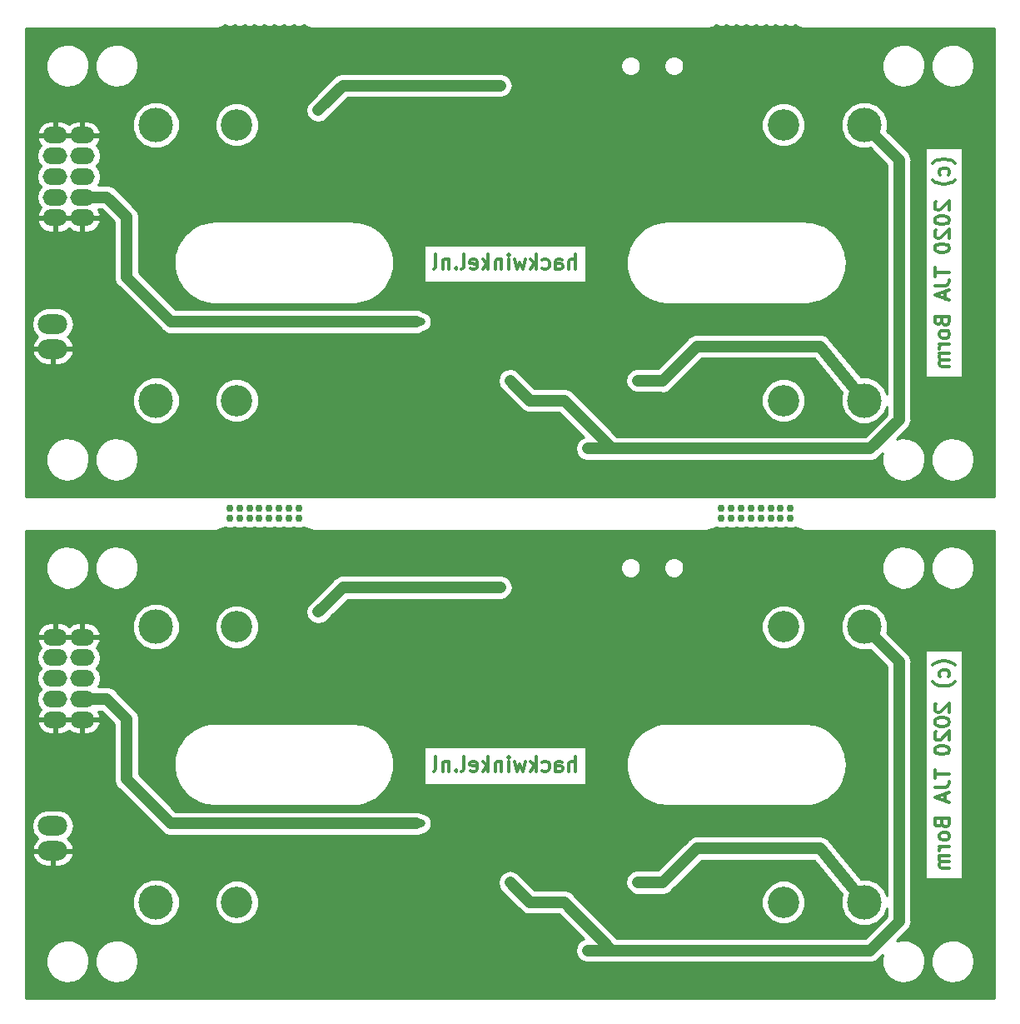
<source format=gbr>
G04 #@! TF.GenerationSoftware,KiCad,Pcbnew,5.0.2+dfsg1-1*
G04 #@! TF.CreationDate,2020-09-22T13:16:50+02:00*
G04 #@! TF.ProjectId,lipo_power,6c69706f-5f70-46f7-9765-722e6b696361,rev?*
G04 #@! TF.SameCoordinates,Original*
G04 #@! TF.FileFunction,Copper,L2,Bot*
G04 #@! TF.FilePolarity,Positive*
%FSLAX46Y46*%
G04 Gerber Fmt 4.6, Leading zero omitted, Abs format (unit mm)*
G04 Created by KiCad (PCBNEW 5.0.2+dfsg1-1) date Tue 22 Sep 2020 01:16:50 PM CEST*
%MOMM*%
%LPD*%
G01*
G04 APERTURE LIST*
G04 #@! TA.AperFunction,NonConductor*
%ADD10C,0.300000*%
G04 #@! TD*
G04 #@! TA.AperFunction,ComponentPad*
%ADD11O,2.500000X1.700000*%
G04 #@! TD*
G04 #@! TA.AperFunction,ComponentPad*
%ADD12C,3.500000*%
G04 #@! TD*
G04 #@! TA.AperFunction,ComponentPad*
%ADD13C,3.200000*%
G04 #@! TD*
G04 #@! TA.AperFunction,ComponentPad*
%ADD14O,3.000000X2.000000*%
G04 #@! TD*
G04 #@! TA.AperFunction,ComponentPad*
%ADD15C,0.762000*%
G04 #@! TD*
G04 #@! TA.AperFunction,ViaPad*
%ADD16C,0.800000*%
G04 #@! TD*
G04 #@! TA.AperFunction,Conductor*
%ADD17C,1.200000*%
G04 #@! TD*
G04 #@! TA.AperFunction,Conductor*
%ADD18C,0.254000*%
G04 #@! TD*
G04 #@! TA.AperFunction,NonConductor*
%ADD19C,0.254000*%
G04 #@! TD*
G04 APERTURE END LIST*
D10*
X195250000Y-63892857D02*
X195178571Y-63821428D01*
X194964285Y-63678571D01*
X194821428Y-63607142D01*
X194607142Y-63535714D01*
X194250000Y-63464285D01*
X193964285Y-63464285D01*
X193607142Y-63535714D01*
X193392857Y-63607142D01*
X193250000Y-63678571D01*
X193035714Y-63821428D01*
X192964285Y-63892857D01*
X194607142Y-65107142D02*
X194678571Y-64964285D01*
X194678571Y-64678571D01*
X194607142Y-64535714D01*
X194535714Y-64464285D01*
X194392857Y-64392857D01*
X193964285Y-64392857D01*
X193821428Y-64464285D01*
X193750000Y-64535714D01*
X193678571Y-64678571D01*
X193678571Y-64964285D01*
X193750000Y-65107142D01*
X195250000Y-65607142D02*
X195178571Y-65678571D01*
X194964285Y-65821428D01*
X194821428Y-65892857D01*
X194607142Y-65964285D01*
X194250000Y-66035714D01*
X193964285Y-66035714D01*
X193607142Y-65964285D01*
X193392857Y-65892857D01*
X193250000Y-65821428D01*
X193035714Y-65678571D01*
X192964285Y-65607142D01*
X193321428Y-67821428D02*
X193250000Y-67892857D01*
X193178571Y-68035714D01*
X193178571Y-68392857D01*
X193250000Y-68535714D01*
X193321428Y-68607142D01*
X193464285Y-68678571D01*
X193607142Y-68678571D01*
X193821428Y-68607142D01*
X194678571Y-67750000D01*
X194678571Y-68678571D01*
X193178571Y-69607142D02*
X193178571Y-69750000D01*
X193250000Y-69892857D01*
X193321428Y-69964285D01*
X193464285Y-70035714D01*
X193750000Y-70107142D01*
X194107142Y-70107142D01*
X194392857Y-70035714D01*
X194535714Y-69964285D01*
X194607142Y-69892857D01*
X194678571Y-69750000D01*
X194678571Y-69607142D01*
X194607142Y-69464285D01*
X194535714Y-69392857D01*
X194392857Y-69321428D01*
X194107142Y-69250000D01*
X193750000Y-69250000D01*
X193464285Y-69321428D01*
X193321428Y-69392857D01*
X193250000Y-69464285D01*
X193178571Y-69607142D01*
X193321428Y-70678571D02*
X193250000Y-70750000D01*
X193178571Y-70892857D01*
X193178571Y-71250000D01*
X193250000Y-71392857D01*
X193321428Y-71464285D01*
X193464285Y-71535714D01*
X193607142Y-71535714D01*
X193821428Y-71464285D01*
X194678571Y-70607142D01*
X194678571Y-71535714D01*
X193178571Y-72464285D02*
X193178571Y-72607142D01*
X193250000Y-72750000D01*
X193321428Y-72821428D01*
X193464285Y-72892857D01*
X193750000Y-72964285D01*
X194107142Y-72964285D01*
X194392857Y-72892857D01*
X194535714Y-72821428D01*
X194607142Y-72750000D01*
X194678571Y-72607142D01*
X194678571Y-72464285D01*
X194607142Y-72321428D01*
X194535714Y-72250000D01*
X194392857Y-72178571D01*
X194107142Y-72107142D01*
X193750000Y-72107142D01*
X193464285Y-72178571D01*
X193321428Y-72250000D01*
X193250000Y-72321428D01*
X193178571Y-72464285D01*
X193178571Y-74535714D02*
X193178571Y-75392857D01*
X194678571Y-74964285D02*
X193178571Y-74964285D01*
X193178571Y-76321428D02*
X194250000Y-76321428D01*
X194464285Y-76250000D01*
X194607142Y-76107142D01*
X194678571Y-75892857D01*
X194678571Y-75750000D01*
X194250000Y-76964285D02*
X194250000Y-77678571D01*
X194678571Y-76821428D02*
X193178571Y-77321428D01*
X194678571Y-77821428D01*
X193892857Y-79964285D02*
X193964285Y-80178571D01*
X194035714Y-80250000D01*
X194178571Y-80321428D01*
X194392857Y-80321428D01*
X194535714Y-80250000D01*
X194607142Y-80178571D01*
X194678571Y-80035714D01*
X194678571Y-79464285D01*
X193178571Y-79464285D01*
X193178571Y-79964285D01*
X193250000Y-80107142D01*
X193321428Y-80178571D01*
X193464285Y-80250000D01*
X193607142Y-80250000D01*
X193750000Y-80178571D01*
X193821428Y-80107142D01*
X193892857Y-79964285D01*
X193892857Y-79464285D01*
X194678571Y-81178571D02*
X194607142Y-81035714D01*
X194535714Y-80964285D01*
X194392857Y-80892857D01*
X193964285Y-80892857D01*
X193821428Y-80964285D01*
X193750000Y-81035714D01*
X193678571Y-81178571D01*
X193678571Y-81392857D01*
X193750000Y-81535714D01*
X193821428Y-81607142D01*
X193964285Y-81678571D01*
X194392857Y-81678571D01*
X194535714Y-81607142D01*
X194607142Y-81535714D01*
X194678571Y-81392857D01*
X194678571Y-81178571D01*
X194678571Y-82321428D02*
X193678571Y-82321428D01*
X193964285Y-82321428D02*
X193821428Y-82392857D01*
X193750000Y-82464285D01*
X193678571Y-82607142D01*
X193678571Y-82750000D01*
X194678571Y-83250000D02*
X193678571Y-83250000D01*
X193821428Y-83250000D02*
X193750000Y-83321428D01*
X193678571Y-83464285D01*
X193678571Y-83678571D01*
X193750000Y-83821428D01*
X193892857Y-83892857D01*
X194678571Y-83892857D01*
X193892857Y-83892857D02*
X193750000Y-83964285D01*
X193678571Y-84107142D01*
X193678571Y-84321428D01*
X193750000Y-84464285D01*
X193892857Y-84535714D01*
X194678571Y-84535714D01*
X156642857Y-74678571D02*
X156642857Y-73178571D01*
X156000000Y-74678571D02*
X156000000Y-73892857D01*
X156071428Y-73750000D01*
X156214285Y-73678571D01*
X156428571Y-73678571D01*
X156571428Y-73750000D01*
X156642857Y-73821428D01*
X154642857Y-74678571D02*
X154642857Y-73892857D01*
X154714285Y-73750000D01*
X154857142Y-73678571D01*
X155142857Y-73678571D01*
X155285714Y-73750000D01*
X154642857Y-74607142D02*
X154785714Y-74678571D01*
X155142857Y-74678571D01*
X155285714Y-74607142D01*
X155357142Y-74464285D01*
X155357142Y-74321428D01*
X155285714Y-74178571D01*
X155142857Y-74107142D01*
X154785714Y-74107142D01*
X154642857Y-74035714D01*
X153285714Y-74607142D02*
X153428571Y-74678571D01*
X153714285Y-74678571D01*
X153857142Y-74607142D01*
X153928571Y-74535714D01*
X154000000Y-74392857D01*
X154000000Y-73964285D01*
X153928571Y-73821428D01*
X153857142Y-73750000D01*
X153714285Y-73678571D01*
X153428571Y-73678571D01*
X153285714Y-73750000D01*
X152642857Y-74678571D02*
X152642857Y-73178571D01*
X152500000Y-74107142D02*
X152071428Y-74678571D01*
X152071428Y-73678571D02*
X152642857Y-74250000D01*
X151571428Y-73678571D02*
X151285714Y-74678571D01*
X151000000Y-73964285D01*
X150714285Y-74678571D01*
X150428571Y-73678571D01*
X149857142Y-74678571D02*
X149857142Y-73678571D01*
X149857142Y-73178571D02*
X149928571Y-73250000D01*
X149857142Y-73321428D01*
X149785714Y-73250000D01*
X149857142Y-73178571D01*
X149857142Y-73321428D01*
X149142857Y-73678571D02*
X149142857Y-74678571D01*
X149142857Y-73821428D02*
X149071428Y-73750000D01*
X148928571Y-73678571D01*
X148714285Y-73678571D01*
X148571428Y-73750000D01*
X148500000Y-73892857D01*
X148500000Y-74678571D01*
X147785714Y-74678571D02*
X147785714Y-73178571D01*
X147642857Y-74107142D02*
X147214285Y-74678571D01*
X147214285Y-73678571D02*
X147785714Y-74250000D01*
X146000000Y-74607142D02*
X146142857Y-74678571D01*
X146428571Y-74678571D01*
X146571428Y-74607142D01*
X146642857Y-74464285D01*
X146642857Y-73892857D01*
X146571428Y-73750000D01*
X146428571Y-73678571D01*
X146142857Y-73678571D01*
X146000000Y-73750000D01*
X145928571Y-73892857D01*
X145928571Y-74035714D01*
X146642857Y-74178571D01*
X145071428Y-74678571D02*
X145214285Y-74607142D01*
X145285714Y-74464285D01*
X145285714Y-73178571D01*
X144500000Y-74535714D02*
X144428571Y-74607142D01*
X144500000Y-74678571D01*
X144571428Y-74607142D01*
X144500000Y-74535714D01*
X144500000Y-74678571D01*
X143785714Y-73678571D02*
X143785714Y-74678571D01*
X143785714Y-73821428D02*
X143714285Y-73750000D01*
X143571428Y-73678571D01*
X143357142Y-73678571D01*
X143214285Y-73750000D01*
X143142857Y-73892857D01*
X143142857Y-74678571D01*
X142214285Y-74678571D02*
X142357142Y-74607142D01*
X142428571Y-74464285D01*
X142428571Y-73178571D01*
X156642857Y-125678571D02*
X156642857Y-124178571D01*
X156000000Y-125678571D02*
X156000000Y-124892857D01*
X156071428Y-124750000D01*
X156214285Y-124678571D01*
X156428571Y-124678571D01*
X156571428Y-124750000D01*
X156642857Y-124821428D01*
X154642857Y-125678571D02*
X154642857Y-124892857D01*
X154714285Y-124750000D01*
X154857142Y-124678571D01*
X155142857Y-124678571D01*
X155285714Y-124750000D01*
X154642857Y-125607142D02*
X154785714Y-125678571D01*
X155142857Y-125678571D01*
X155285714Y-125607142D01*
X155357142Y-125464285D01*
X155357142Y-125321428D01*
X155285714Y-125178571D01*
X155142857Y-125107142D01*
X154785714Y-125107142D01*
X154642857Y-125035714D01*
X153285714Y-125607142D02*
X153428571Y-125678571D01*
X153714285Y-125678571D01*
X153857142Y-125607142D01*
X153928571Y-125535714D01*
X154000000Y-125392857D01*
X154000000Y-124964285D01*
X153928571Y-124821428D01*
X153857142Y-124750000D01*
X153714285Y-124678571D01*
X153428571Y-124678571D01*
X153285714Y-124750000D01*
X152642857Y-125678571D02*
X152642857Y-124178571D01*
X152500000Y-125107142D02*
X152071428Y-125678571D01*
X152071428Y-124678571D02*
X152642857Y-125250000D01*
X151571428Y-124678571D02*
X151285714Y-125678571D01*
X151000000Y-124964285D01*
X150714285Y-125678571D01*
X150428571Y-124678571D01*
X149857142Y-125678571D02*
X149857142Y-124678571D01*
X149857142Y-124178571D02*
X149928571Y-124250000D01*
X149857142Y-124321428D01*
X149785714Y-124250000D01*
X149857142Y-124178571D01*
X149857142Y-124321428D01*
X149142857Y-124678571D02*
X149142857Y-125678571D01*
X149142857Y-124821428D02*
X149071428Y-124750000D01*
X148928571Y-124678571D01*
X148714285Y-124678571D01*
X148571428Y-124750000D01*
X148500000Y-124892857D01*
X148500000Y-125678571D01*
X147785714Y-125678571D02*
X147785714Y-124178571D01*
X147642857Y-125107142D02*
X147214285Y-125678571D01*
X147214285Y-124678571D02*
X147785714Y-125250000D01*
X146000000Y-125607142D02*
X146142857Y-125678571D01*
X146428571Y-125678571D01*
X146571428Y-125607142D01*
X146642857Y-125464285D01*
X146642857Y-124892857D01*
X146571428Y-124750000D01*
X146428571Y-124678571D01*
X146142857Y-124678571D01*
X146000000Y-124750000D01*
X145928571Y-124892857D01*
X145928571Y-125035714D01*
X146642857Y-125178571D01*
X145071428Y-125678571D02*
X145214285Y-125607142D01*
X145285714Y-125464285D01*
X145285714Y-124178571D01*
X144500000Y-125535714D02*
X144428571Y-125607142D01*
X144500000Y-125678571D01*
X144571428Y-125607142D01*
X144500000Y-125535714D01*
X144500000Y-125678571D01*
X143785714Y-124678571D02*
X143785714Y-125678571D01*
X143785714Y-124821428D02*
X143714285Y-124750000D01*
X143571428Y-124678571D01*
X143357142Y-124678571D01*
X143214285Y-124750000D01*
X143142857Y-124892857D01*
X143142857Y-125678571D01*
X142214285Y-125678571D02*
X142357142Y-125607142D01*
X142428571Y-125464285D01*
X142428571Y-124178571D01*
X195250000Y-114892857D02*
X195178571Y-114821428D01*
X194964285Y-114678571D01*
X194821428Y-114607142D01*
X194607142Y-114535714D01*
X194250000Y-114464285D01*
X193964285Y-114464285D01*
X193607142Y-114535714D01*
X193392857Y-114607142D01*
X193250000Y-114678571D01*
X193035714Y-114821428D01*
X192964285Y-114892857D01*
X194607142Y-116107142D02*
X194678571Y-115964285D01*
X194678571Y-115678571D01*
X194607142Y-115535714D01*
X194535714Y-115464285D01*
X194392857Y-115392857D01*
X193964285Y-115392857D01*
X193821428Y-115464285D01*
X193750000Y-115535714D01*
X193678571Y-115678571D01*
X193678571Y-115964285D01*
X193750000Y-116107142D01*
X195250000Y-116607142D02*
X195178571Y-116678571D01*
X194964285Y-116821428D01*
X194821428Y-116892857D01*
X194607142Y-116964285D01*
X194250000Y-117035714D01*
X193964285Y-117035714D01*
X193607142Y-116964285D01*
X193392857Y-116892857D01*
X193250000Y-116821428D01*
X193035714Y-116678571D01*
X192964285Y-116607142D01*
X193321428Y-118821428D02*
X193250000Y-118892857D01*
X193178571Y-119035714D01*
X193178571Y-119392857D01*
X193250000Y-119535714D01*
X193321428Y-119607142D01*
X193464285Y-119678571D01*
X193607142Y-119678571D01*
X193821428Y-119607142D01*
X194678571Y-118750000D01*
X194678571Y-119678571D01*
X193178571Y-120607142D02*
X193178571Y-120750000D01*
X193250000Y-120892857D01*
X193321428Y-120964285D01*
X193464285Y-121035714D01*
X193750000Y-121107142D01*
X194107142Y-121107142D01*
X194392857Y-121035714D01*
X194535714Y-120964285D01*
X194607142Y-120892857D01*
X194678571Y-120750000D01*
X194678571Y-120607142D01*
X194607142Y-120464285D01*
X194535714Y-120392857D01*
X194392857Y-120321428D01*
X194107142Y-120250000D01*
X193750000Y-120250000D01*
X193464285Y-120321428D01*
X193321428Y-120392857D01*
X193250000Y-120464285D01*
X193178571Y-120607142D01*
X193321428Y-121678571D02*
X193250000Y-121750000D01*
X193178571Y-121892857D01*
X193178571Y-122250000D01*
X193250000Y-122392857D01*
X193321428Y-122464285D01*
X193464285Y-122535714D01*
X193607142Y-122535714D01*
X193821428Y-122464285D01*
X194678571Y-121607142D01*
X194678571Y-122535714D01*
X193178571Y-123464285D02*
X193178571Y-123607142D01*
X193250000Y-123750000D01*
X193321428Y-123821428D01*
X193464285Y-123892857D01*
X193750000Y-123964285D01*
X194107142Y-123964285D01*
X194392857Y-123892857D01*
X194535714Y-123821428D01*
X194607142Y-123750000D01*
X194678571Y-123607142D01*
X194678571Y-123464285D01*
X194607142Y-123321428D01*
X194535714Y-123250000D01*
X194392857Y-123178571D01*
X194107142Y-123107142D01*
X193750000Y-123107142D01*
X193464285Y-123178571D01*
X193321428Y-123250000D01*
X193250000Y-123321428D01*
X193178571Y-123464285D01*
X193178571Y-125535714D02*
X193178571Y-126392857D01*
X194678571Y-125964285D02*
X193178571Y-125964285D01*
X193178571Y-127321428D02*
X194250000Y-127321428D01*
X194464285Y-127250000D01*
X194607142Y-127107142D01*
X194678571Y-126892857D01*
X194678571Y-126750000D01*
X194250000Y-127964285D02*
X194250000Y-128678571D01*
X194678571Y-127821428D02*
X193178571Y-128321428D01*
X194678571Y-128821428D01*
X193892857Y-130964285D02*
X193964285Y-131178571D01*
X194035714Y-131250000D01*
X194178571Y-131321428D01*
X194392857Y-131321428D01*
X194535714Y-131250000D01*
X194607142Y-131178571D01*
X194678571Y-131035714D01*
X194678571Y-130464285D01*
X193178571Y-130464285D01*
X193178571Y-130964285D01*
X193250000Y-131107142D01*
X193321428Y-131178571D01*
X193464285Y-131250000D01*
X193607142Y-131250000D01*
X193750000Y-131178571D01*
X193821428Y-131107142D01*
X193892857Y-130964285D01*
X193892857Y-130464285D01*
X194678571Y-132178571D02*
X194607142Y-132035714D01*
X194535714Y-131964285D01*
X194392857Y-131892857D01*
X193964285Y-131892857D01*
X193821428Y-131964285D01*
X193750000Y-132035714D01*
X193678571Y-132178571D01*
X193678571Y-132392857D01*
X193750000Y-132535714D01*
X193821428Y-132607142D01*
X193964285Y-132678571D01*
X194392857Y-132678571D01*
X194535714Y-132607142D01*
X194607142Y-132535714D01*
X194678571Y-132392857D01*
X194678571Y-132178571D01*
X194678571Y-133321428D02*
X193678571Y-133321428D01*
X193964285Y-133321428D02*
X193821428Y-133392857D01*
X193750000Y-133464285D01*
X193678571Y-133607142D01*
X193678571Y-133750000D01*
X194678571Y-134250000D02*
X193678571Y-134250000D01*
X193821428Y-134250000D02*
X193750000Y-134321428D01*
X193678571Y-134464285D01*
X193678571Y-134678571D01*
X193750000Y-134821428D01*
X193892857Y-134892857D01*
X194678571Y-134892857D01*
X193892857Y-134892857D02*
X193750000Y-134964285D01*
X193678571Y-135107142D01*
X193678571Y-135321428D01*
X193750000Y-135464285D01*
X193892857Y-135535714D01*
X194678571Y-135535714D01*
D11*
G04 #@! TO.P,J3,5*
G04 #@! TO.N,N/C*
X103750000Y-69450000D03*
G04 #@! TO.P,J3,4*
X103750000Y-67350000D03*
G04 #@! TO.P,J3,3*
X103750000Y-65250000D03*
G04 #@! TO.P,J3,2*
X103750000Y-63150000D03*
G04 #@! TO.P,J3,1*
X103750000Y-61050000D03*
G04 #@! TD*
D12*
G04 #@! TO.P,U3,1*
G04 #@! TO.N,N/C*
X114000000Y-88000000D03*
G04 #@! TO.P,U3,2*
X186000000Y-88000000D03*
D13*
G04 #@! TO.P,U3,*
G04 #@! TO.N,*
X122200000Y-88000000D03*
X177800000Y-88000000D03*
G04 #@! TD*
D12*
G04 #@! TO.P,U2,1*
G04 #@! TO.N,N/C*
X114000000Y-60000000D03*
G04 #@! TO.P,U2,2*
X186000000Y-60000000D03*
D13*
G04 #@! TO.P,U2,*
G04 #@! TO.N,*
X122200000Y-60000000D03*
X177800000Y-60000000D03*
G04 #@! TD*
D11*
G04 #@! TO.P,U7,1*
G04 #@! TO.N,N/C*
X106500000Y-69450000D03*
G04 #@! TO.P,U7,2*
X106500000Y-67350000D03*
G04 #@! TO.P,U7,3*
X106500000Y-65250000D03*
G04 #@! TO.P,U7,4*
X106500000Y-63150000D03*
G04 #@! TO.P,U7,5*
X106500000Y-61050000D03*
G04 #@! TD*
D14*
G04 #@! TO.P,J2,1*
G04 #@! TO.N,N/C*
X103500000Y-80230000D03*
G04 #@! TO.P,J2,2*
X103500000Y-82770000D03*
G04 #@! TD*
D11*
G04 #@! TO.P,J3,1*
G04 #@! TO.N,GND*
X103750000Y-112050000D03*
G04 #@! TO.P,J3,2*
G04 #@! TO.N,Net-(J3-Pad2)*
X103750000Y-114150000D03*
G04 #@! TO.P,J3,3*
G04 #@! TO.N,Net-(J3-Pad3)*
X103750000Y-116250000D03*
G04 #@! TO.P,J3,4*
G04 #@! TO.N,Net-(J3-Pad4)*
X103750000Y-118350000D03*
G04 #@! TO.P,J3,5*
G04 #@! TO.N,GND*
X103750000Y-120450000D03*
G04 #@! TD*
D13*
G04 #@! TO.P,U2,*
G04 #@! TO.N,*
X177800000Y-111000000D03*
X122200000Y-111000000D03*
D12*
G04 #@! TO.P,U2,2*
G04 #@! TO.N,Net-(C7-Pad2)*
X186000000Y-111000000D03*
G04 #@! TO.P,U2,1*
G04 #@! TO.N,Net-(J3-Pad3)*
X114000000Y-111000000D03*
G04 #@! TD*
D13*
G04 #@! TO.P,U3,*
G04 #@! TO.N,*
X177800000Y-139000000D03*
X122200000Y-139000000D03*
D12*
G04 #@! TO.P,U3,2*
G04 #@! TO.N,Net-(C3-Pad2)*
X186000000Y-139000000D03*
G04 #@! TO.P,U3,1*
G04 #@! TO.N,Net-(J3-Pad3)*
X114000000Y-139000000D03*
G04 #@! TD*
D14*
G04 #@! TO.P,J2,2*
G04 #@! TO.N,GND*
X103500000Y-133770000D03*
G04 #@! TO.P,J2,1*
G04 #@! TO.N,Net-(C4-Pad1)*
X103500000Y-131230000D03*
G04 #@! TD*
D11*
G04 #@! TO.P,U7,5*
G04 #@! TO.N,GND*
X106500000Y-112050000D03*
G04 #@! TO.P,U7,4*
G04 #@! TO.N,Net-(J3-Pad2)*
X106500000Y-114150000D03*
G04 #@! TO.P,U7,3*
G04 #@! TO.N,Net-(J3-Pad3)*
X106500000Y-116250000D03*
G04 #@! TO.P,U7,2*
G04 #@! TO.N,Net-(J3-Pad4)*
X106500000Y-118350000D03*
G04 #@! TO.P,U7,1*
G04 #@! TO.N,GND*
X106500000Y-120450000D03*
G04 #@! TD*
D15*
G04 #@! TO.P,REF\002A\002A,16*
G04 #@! TO.N,N/C*
X121500000Y-100000000D03*
G04 #@! TO.P,REF\002A\002A,15*
X122500000Y-100000000D03*
G04 #@! TO.P,REF\002A\002A,14*
X123500000Y-100000000D03*
G04 #@! TO.P,REF\002A\002A,13*
X124500000Y-100000000D03*
G04 #@! TO.P,REF\002A\002A,12*
X125500000Y-100000000D03*
G04 #@! TO.P,REF\002A\002A,11*
X126500000Y-100000000D03*
G04 #@! TO.P,REF\002A\002A,10*
X127500000Y-100000000D03*
G04 #@! TO.P,REF\002A\002A,9*
X128500000Y-100000000D03*
G04 #@! TO.P,REF\002A\002A,8*
X128500000Y-99000000D03*
G04 #@! TO.P,REF\002A\002A,7*
X127500000Y-99000000D03*
G04 #@! TO.P,REF\002A\002A,5*
X126500000Y-99000000D03*
G04 #@! TO.P,REF\002A\002A,6*
X125500000Y-99000000D03*
G04 #@! TO.P,REF\002A\002A,4*
X124500000Y-99000000D03*
G04 #@! TO.P,REF\002A\002A,3*
X123500000Y-99000000D03*
G04 #@! TO.P,REF\002A\002A,2*
X122500000Y-99000000D03*
G04 #@! TO.P,REF\002A\002A,1*
X121500000Y-99000000D03*
G04 #@! TD*
G04 #@! TO.P,REF\002A\002A,16*
G04 #@! TO.N,N/C*
X171500000Y-100000000D03*
G04 #@! TO.P,REF\002A\002A,15*
X172500000Y-100000000D03*
G04 #@! TO.P,REF\002A\002A,14*
X173500000Y-100000000D03*
G04 #@! TO.P,REF\002A\002A,13*
X174500000Y-100000000D03*
G04 #@! TO.P,REF\002A\002A,12*
X175500000Y-100000000D03*
G04 #@! TO.P,REF\002A\002A,11*
X176500000Y-100000000D03*
G04 #@! TO.P,REF\002A\002A,10*
X177500000Y-100000000D03*
G04 #@! TO.P,REF\002A\002A,9*
X178500000Y-100000000D03*
G04 #@! TO.P,REF\002A\002A,8*
X178500000Y-99000000D03*
G04 #@! TO.P,REF\002A\002A,7*
X177500000Y-99000000D03*
G04 #@! TO.P,REF\002A\002A,5*
X176500000Y-99000000D03*
G04 #@! TO.P,REF\002A\002A,6*
X175500000Y-99000000D03*
G04 #@! TO.P,REF\002A\002A,4*
X174500000Y-99000000D03*
G04 #@! TO.P,REF\002A\002A,3*
X173500000Y-99000000D03*
G04 #@! TO.P,REF\002A\002A,2*
X172500000Y-99000000D03*
G04 #@! TO.P,REF\002A\002A,1*
X171500000Y-99000000D03*
G04 #@! TD*
D16*
G04 #@! TO.N,*
X150000000Y-90500000D03*
X171000000Y-63000000D03*
X179500000Y-66000000D03*
X111000000Y-60000000D03*
X103500000Y-72000000D03*
X163000000Y-90500000D03*
X194000000Y-89500000D03*
X164500000Y-80500000D03*
X142500000Y-67000000D03*
X155500000Y-95000000D03*
X165500000Y-95000000D03*
X121000000Y-66500000D03*
X132500000Y-66000000D03*
X103000000Y-90500000D03*
X119000000Y-85500000D03*
X153000000Y-52500000D03*
X161500000Y-66000000D03*
X185000000Y-80000000D03*
X135500000Y-58500000D03*
X157500000Y-85000000D03*
X158500000Y-80500000D03*
X183000000Y-95000000D03*
X181500000Y-54500000D03*
X152500000Y-81500000D03*
X150000000Y-84000000D03*
X172500000Y-88000000D03*
X195500000Y-59500000D03*
X143500000Y-80500000D03*
X137500000Y-86500000D03*
X112799990Y-69000000D03*
X116500000Y-53000000D03*
X107500000Y-75000000D03*
X116500000Y-77000000D03*
X151500000Y-68500000D03*
X162000000Y-84500000D03*
X136000000Y-93000000D03*
X163000000Y-85975000D03*
X163000000Y-85975000D03*
X150000000Y-86000000D03*
X155500000Y-88000000D03*
X141500000Y-56000000D03*
X130500003Y-58500003D03*
X149000000Y-56000000D03*
X141000000Y-80000000D03*
G04 #@! TO.N,GND*
X150000000Y-141500000D03*
X152500000Y-132500000D03*
X150000000Y-135000000D03*
X157500000Y-136000000D03*
X158500000Y-131500000D03*
X135500000Y-109500000D03*
X121000000Y-117500000D03*
X132500000Y-117000000D03*
X116500000Y-104000000D03*
X107500000Y-126000000D03*
X103000000Y-141500000D03*
X119000000Y-136500000D03*
X155500000Y-146000000D03*
X165500000Y-146000000D03*
X183000000Y-146000000D03*
X181500000Y-105500000D03*
X153000000Y-103500000D03*
X116500000Y-128000000D03*
X151500000Y-119500000D03*
X171000000Y-114000000D03*
X179500000Y-117000000D03*
X164500000Y-131500000D03*
X142500000Y-118000000D03*
X111000000Y-111000000D03*
X103500000Y-123000000D03*
X161500000Y-117000000D03*
X185000000Y-131000000D03*
X172500000Y-139000000D03*
X194000000Y-140500000D03*
X195500000Y-110500000D03*
X163000000Y-141500000D03*
X143500000Y-131500000D03*
X137500000Y-137500000D03*
X162000000Y-135500000D03*
X136000000Y-144000000D03*
X112799990Y-120000000D03*
G04 #@! TO.N,Net-(C3-Pad2)*
X163000000Y-136975000D03*
X163000000Y-136975000D03*
G04 #@! TO.N,Net-(C7-Pad2)*
X150000000Y-137000000D03*
X155500000Y-139000000D03*
G04 #@! TO.N,Net-(C1-Pad1)*
X141500000Y-107000000D03*
X130500003Y-109500003D03*
X149000000Y-107000000D03*
G04 #@! TO.N,Net-(J3-Pad4)*
X141000000Y-131000000D03*
G04 #@! TD*
D17*
G04 #@! TO.N,*
X165500000Y-86000000D02*
X169000000Y-82500000D01*
X163000000Y-85975000D02*
X165500000Y-85975000D01*
X181500000Y-82500000D02*
X186000000Y-88000000D01*
X169000000Y-82500000D02*
X181500000Y-82500000D01*
X152000000Y-88000000D02*
X155500000Y-88000000D01*
X189550001Y-89949999D02*
X189550001Y-63550001D01*
X189550001Y-63550001D02*
X186000000Y-60000000D01*
X155500000Y-88000000D02*
X160400010Y-92900010D01*
X150000000Y-86000000D02*
X152000000Y-88000000D01*
X186599990Y-92900010D02*
X189550001Y-89949999D01*
X157900010Y-92900010D02*
X186599990Y-92900010D01*
X141500000Y-56000000D02*
X133000006Y-56000000D01*
X133000006Y-56000000D02*
X130900002Y-58100004D01*
X149000000Y-56000000D02*
X141500000Y-56000000D01*
X130900002Y-58100004D02*
X130500003Y-58500003D01*
X109000000Y-67350000D02*
X106500000Y-67350000D01*
X111000000Y-69350000D02*
X109000000Y-67350000D01*
X111000000Y-75500000D02*
X111000000Y-69350000D01*
X140500000Y-80000000D02*
X115500000Y-80000000D01*
X115500000Y-80000000D02*
X111000000Y-75500000D01*
G04 #@! TO.N,Net-(C3-Pad2)*
X163000000Y-136975000D02*
X165500000Y-136975000D01*
X181500000Y-133500000D02*
X186000000Y-139000000D01*
X165500000Y-137000000D02*
X169000000Y-133500000D01*
X169000000Y-133500000D02*
X181500000Y-133500000D01*
G04 #@! TO.N,Net-(C7-Pad2)*
X150000000Y-137000000D02*
X152000000Y-139000000D01*
X152000000Y-139000000D02*
X155500000Y-139000000D01*
X155500000Y-139000000D02*
X160400010Y-143900010D01*
X189550001Y-114550001D02*
X186000000Y-111000000D01*
X189550001Y-140949999D02*
X189550001Y-114550001D01*
X157900010Y-143900010D02*
X186599990Y-143900010D01*
X186599990Y-143900010D02*
X189550001Y-140949999D01*
G04 #@! TO.N,Net-(C1-Pad1)*
X141500000Y-107000000D02*
X133000006Y-107000000D01*
X130900002Y-109100004D02*
X130500003Y-109500003D01*
X133000006Y-107000000D02*
X130900002Y-109100004D01*
X149000000Y-107000000D02*
X141500000Y-107000000D01*
G04 #@! TO.N,Net-(J3-Pad4)*
X109000000Y-118350000D02*
X106500000Y-118350000D01*
X111000000Y-120350000D02*
X109000000Y-118350000D01*
X111000000Y-126500000D02*
X111000000Y-120350000D01*
X140500000Y-131000000D02*
X115500000Y-131000000D01*
X115500000Y-131000000D02*
X111000000Y-126500000D01*
G04 #@! TD*
D18*
G04 #@! TO.N,GND*
G36*
X179222862Y-101014223D02*
X179260722Y-101029905D01*
X179478804Y-101120238D01*
X179658902Y-101156062D01*
X179713217Y-101192354D01*
X179927612Y-101235000D01*
X199265001Y-101235000D01*
X199265000Y-148765000D01*
X100735000Y-148765000D01*
X100735000Y-144651151D01*
X102797455Y-144651151D01*
X102803206Y-145383402D01*
X103045836Y-146074311D01*
X103499182Y-146649377D01*
X104114360Y-147046593D01*
X104825036Y-147223126D01*
X105554578Y-147159940D01*
X106224321Y-146863850D01*
X106762046Y-146366783D01*
X107109770Y-145722336D01*
X107230000Y-145000000D01*
X107229725Y-144964973D01*
X107172411Y-144651151D01*
X107797455Y-144651151D01*
X107803206Y-145383402D01*
X108045836Y-146074311D01*
X108499182Y-146649377D01*
X109114360Y-147046593D01*
X109825036Y-147223126D01*
X110554578Y-147159940D01*
X111224321Y-146863850D01*
X111762046Y-146366783D01*
X112109770Y-145722336D01*
X112230000Y-145000000D01*
X112229725Y-144964973D01*
X112098164Y-144244614D01*
X111740360Y-143605709D01*
X111194894Y-143117149D01*
X110520583Y-142831615D01*
X109790138Y-142779897D01*
X109082323Y-142967571D01*
X108473460Y-143374400D01*
X108029203Y-143956517D01*
X107797455Y-144651151D01*
X107172411Y-144651151D01*
X107098164Y-144244614D01*
X106740360Y-143605709D01*
X106194894Y-143117149D01*
X105520583Y-142831615D01*
X104790138Y-142779897D01*
X104082323Y-142967571D01*
X103473460Y-143374400D01*
X103029203Y-143956517D01*
X102797455Y-144651151D01*
X100735000Y-144651151D01*
X100735000Y-138525594D01*
X111615000Y-138525594D01*
X111615000Y-139474406D01*
X111978095Y-140350994D01*
X112649006Y-141021905D01*
X113525594Y-141385000D01*
X114474406Y-141385000D01*
X115350994Y-141021905D01*
X116021905Y-140350994D01*
X116385000Y-139474406D01*
X116385000Y-138555431D01*
X119965000Y-138555431D01*
X119965000Y-139444569D01*
X120305259Y-140266026D01*
X120933974Y-140894741D01*
X121755431Y-141235000D01*
X122644569Y-141235000D01*
X123466026Y-140894741D01*
X124094741Y-140266026D01*
X124435000Y-139444569D01*
X124435000Y-138555431D01*
X124094741Y-137733974D01*
X123466026Y-137105259D01*
X123211909Y-137000000D01*
X148740806Y-137000000D01*
X148836656Y-137481872D01*
X149040714Y-137787267D01*
X151040715Y-139787269D01*
X151109615Y-139890385D01*
X151212731Y-139959285D01*
X151212732Y-139959286D01*
X151362884Y-140059614D01*
X151518127Y-140163344D01*
X151878364Y-140235000D01*
X151878367Y-140235000D01*
X151999999Y-140259194D01*
X152121631Y-140235000D01*
X154988447Y-140235000D01*
X157478171Y-142724724D01*
X157418137Y-142736666D01*
X157009625Y-143009625D01*
X156736666Y-143418137D01*
X156640815Y-143900010D01*
X156736666Y-144381883D01*
X157009625Y-144790395D01*
X157418137Y-145063354D01*
X157778374Y-145135010D01*
X160278378Y-145135010D01*
X160400010Y-145159204D01*
X160521642Y-145135010D01*
X186478358Y-145135010D01*
X186599990Y-145159204D01*
X186721622Y-145135010D01*
X186721626Y-145135010D01*
X187081863Y-145063354D01*
X187490375Y-144790395D01*
X187559277Y-144687276D01*
X187898615Y-144347938D01*
X187797455Y-144651151D01*
X187803206Y-145383402D01*
X188045836Y-146074311D01*
X188499182Y-146649377D01*
X189114360Y-147046593D01*
X189825036Y-147223126D01*
X190554578Y-147159940D01*
X191224321Y-146863850D01*
X191762046Y-146366783D01*
X192109770Y-145722336D01*
X192230000Y-145000000D01*
X192229725Y-144964973D01*
X192172411Y-144651151D01*
X192797455Y-144651151D01*
X192803206Y-145383402D01*
X193045836Y-146074311D01*
X193499182Y-146649377D01*
X194114360Y-147046593D01*
X194825036Y-147223126D01*
X195554578Y-147159940D01*
X196224321Y-146863850D01*
X196762046Y-146366783D01*
X197109770Y-145722336D01*
X197230000Y-145000000D01*
X197229725Y-144964973D01*
X197098164Y-144244614D01*
X196740360Y-143605709D01*
X196194894Y-143117149D01*
X195520583Y-142831615D01*
X194790138Y-142779897D01*
X194082323Y-142967571D01*
X193473460Y-143374400D01*
X193029203Y-143956517D01*
X192797455Y-144651151D01*
X192172411Y-144651151D01*
X192098164Y-144244614D01*
X191740360Y-143605709D01*
X191194894Y-143117149D01*
X190520583Y-142831615D01*
X189790138Y-142779897D01*
X189349939Y-142896614D01*
X190337268Y-141909285D01*
X190440386Y-141840384D01*
X190713345Y-141431872D01*
X190785001Y-141071635D01*
X190785001Y-141071631D01*
X190809195Y-140949999D01*
X190785001Y-140828367D01*
X190785001Y-114671633D01*
X190809195Y-114550001D01*
X190785001Y-114428369D01*
X190785001Y-114428365D01*
X190713345Y-114068128D01*
X190440386Y-113659616D01*
X190337267Y-113590714D01*
X190068696Y-113322143D01*
X192210000Y-113322143D01*
X192210000Y-136677857D01*
X196030000Y-136677857D01*
X196030000Y-113322143D01*
X192210000Y-113322143D01*
X190068696Y-113322143D01*
X188336953Y-111590400D01*
X188385000Y-111474406D01*
X188385000Y-110525594D01*
X188021905Y-109649006D01*
X187350994Y-108978095D01*
X186474406Y-108615000D01*
X185525594Y-108615000D01*
X184649006Y-108978095D01*
X183978095Y-109649006D01*
X183615000Y-110525594D01*
X183615000Y-111474406D01*
X183978095Y-112350994D01*
X184649006Y-113021905D01*
X185525594Y-113385000D01*
X186474406Y-113385000D01*
X186590400Y-113336953D01*
X188315002Y-115061555D01*
X188315001Y-138356602D01*
X188021905Y-137649006D01*
X187350994Y-136978095D01*
X186474406Y-136615000D01*
X185644331Y-136615000D01*
X182493674Y-132764198D01*
X182390385Y-132609615D01*
X182237339Y-132507353D01*
X182095238Y-132390378D01*
X182034593Y-132371883D01*
X181981873Y-132336656D01*
X181801342Y-132300746D01*
X181625294Y-132247055D01*
X181440264Y-132265000D01*
X169121630Y-132265000D01*
X168999999Y-132240806D01*
X168878368Y-132265000D01*
X168878364Y-132265000D01*
X168518127Y-132336656D01*
X168410202Y-132408769D01*
X168212732Y-132540714D01*
X168212731Y-132540715D01*
X168109615Y-132609615D01*
X168040715Y-132712731D01*
X165013447Y-135740000D01*
X162878364Y-135740000D01*
X162518127Y-135811656D01*
X162109615Y-136084615D01*
X161836656Y-136493127D01*
X161740805Y-136975000D01*
X161836656Y-137456873D01*
X162109615Y-137865385D01*
X162518127Y-138138344D01*
X162878364Y-138210000D01*
X165252684Y-138210000D01*
X165500000Y-138259194D01*
X165981872Y-138163344D01*
X166287267Y-137959286D01*
X166362608Y-137883945D01*
X166390385Y-137865385D01*
X166408945Y-137837608D01*
X169511554Y-134735000D01*
X180914760Y-134735000D01*
X183749830Y-138200086D01*
X183615000Y-138525594D01*
X183615000Y-139474406D01*
X183978095Y-140350994D01*
X184649006Y-141021905D01*
X185525594Y-141385000D01*
X186474406Y-141385000D01*
X187350994Y-141021905D01*
X188021905Y-140350994D01*
X188315001Y-139643398D01*
X188315001Y-140438446D01*
X186088437Y-142665010D01*
X160911563Y-142665010D01*
X156801984Y-138555431D01*
X175565000Y-138555431D01*
X175565000Y-139444569D01*
X175905259Y-140266026D01*
X176533974Y-140894741D01*
X177355431Y-141235000D01*
X178244569Y-141235000D01*
X179066026Y-140894741D01*
X179694741Y-140266026D01*
X180035000Y-139444569D01*
X180035000Y-138555431D01*
X179694741Y-137733974D01*
X179066026Y-137105259D01*
X178244569Y-136765000D01*
X177355431Y-136765000D01*
X176533974Y-137105259D01*
X175905259Y-137733974D01*
X175565000Y-138555431D01*
X156801984Y-138555431D01*
X156459287Y-138212734D01*
X156390385Y-138109615D01*
X155981873Y-137836656D01*
X155621636Y-137765000D01*
X155621632Y-137765000D01*
X155500000Y-137740806D01*
X155378368Y-137765000D01*
X152511554Y-137765000D01*
X150787267Y-136040714D01*
X150481872Y-135836656D01*
X150000000Y-135740806D01*
X149518128Y-135836656D01*
X149109615Y-136109615D01*
X148836656Y-136518128D01*
X148740806Y-137000000D01*
X123211909Y-137000000D01*
X122644569Y-136765000D01*
X121755431Y-136765000D01*
X120933974Y-137105259D01*
X120305259Y-137733974D01*
X119965000Y-138555431D01*
X116385000Y-138555431D01*
X116385000Y-138525594D01*
X116021905Y-137649006D01*
X115350994Y-136978095D01*
X114474406Y-136615000D01*
X113525594Y-136615000D01*
X112649006Y-136978095D01*
X111978095Y-137649006D01*
X111615000Y-138525594D01*
X100735000Y-138525594D01*
X100735000Y-134150434D01*
X101409876Y-134150434D01*
X101440856Y-134278355D01*
X101754078Y-134836317D01*
X102256980Y-135231942D01*
X102873000Y-135405000D01*
X103373000Y-135405000D01*
X103373000Y-133897000D01*
X103627000Y-133897000D01*
X103627000Y-135405000D01*
X104127000Y-135405000D01*
X104743020Y-135231942D01*
X105245922Y-134836317D01*
X105559144Y-134278355D01*
X105590124Y-134150434D01*
X105470777Y-133897000D01*
X103627000Y-133897000D01*
X103373000Y-133897000D01*
X101529223Y-133897000D01*
X101409876Y-134150434D01*
X100735000Y-134150434D01*
X100735000Y-131230000D01*
X101332969Y-131230000D01*
X101459864Y-131867945D01*
X101821231Y-132408769D01*
X101987629Y-132519952D01*
X101754078Y-132703683D01*
X101440856Y-133261645D01*
X101409876Y-133389566D01*
X101529223Y-133643000D01*
X103373000Y-133643000D01*
X103373000Y-133623000D01*
X103627000Y-133623000D01*
X103627000Y-133643000D01*
X105470777Y-133643000D01*
X105590124Y-133389566D01*
X105559144Y-133261645D01*
X105245922Y-132703683D01*
X105012371Y-132519952D01*
X105178769Y-132408769D01*
X105540136Y-131867945D01*
X105667031Y-131230000D01*
X105540136Y-130592055D01*
X105178769Y-130051231D01*
X104637945Y-129689864D01*
X104161031Y-129595000D01*
X102838969Y-129595000D01*
X102362055Y-129689864D01*
X101821231Y-130051231D01*
X101459864Y-130592055D01*
X101332969Y-131230000D01*
X100735000Y-131230000D01*
X100735000Y-120806890D01*
X101908524Y-120806890D01*
X101929438Y-120900952D01*
X102210144Y-121410251D01*
X102664382Y-121773360D01*
X103223000Y-121935000D01*
X103623000Y-121935000D01*
X103623000Y-120577000D01*
X103877000Y-120577000D01*
X103877000Y-121935000D01*
X104277000Y-121935000D01*
X104835618Y-121773360D01*
X105125000Y-121542034D01*
X105414382Y-121773360D01*
X105973000Y-121935000D01*
X106373000Y-121935000D01*
X106373000Y-120577000D01*
X106627000Y-120577000D01*
X106627000Y-121935000D01*
X107027000Y-121935000D01*
X107585618Y-121773360D01*
X108039856Y-121410251D01*
X108320562Y-120900952D01*
X108341476Y-120806890D01*
X108220155Y-120577000D01*
X106627000Y-120577000D01*
X106373000Y-120577000D01*
X103877000Y-120577000D01*
X103623000Y-120577000D01*
X102029845Y-120577000D01*
X101908524Y-120806890D01*
X100735000Y-120806890D01*
X100735000Y-114150000D01*
X101835908Y-114150000D01*
X101951161Y-114729418D01*
X102265594Y-115200000D01*
X101951161Y-115670582D01*
X101835908Y-116250000D01*
X101951161Y-116829418D01*
X102265594Y-117300000D01*
X101951161Y-117770582D01*
X101835908Y-118350000D01*
X101951161Y-118929418D01*
X102279375Y-119420625D01*
X102288766Y-119426900D01*
X102210144Y-119489749D01*
X101929438Y-119999048D01*
X101908524Y-120093110D01*
X102029845Y-120323000D01*
X103623000Y-120323000D01*
X103623000Y-120303000D01*
X103877000Y-120303000D01*
X103877000Y-120323000D01*
X106373000Y-120323000D01*
X106373000Y-120303000D01*
X106627000Y-120303000D01*
X106627000Y-120323000D01*
X108220155Y-120323000D01*
X108341476Y-120093110D01*
X108320562Y-119999048D01*
X108092355Y-119585000D01*
X108488447Y-119585000D01*
X109765001Y-120861555D01*
X109765000Y-126378368D01*
X109740806Y-126500000D01*
X109765000Y-126621632D01*
X109765000Y-126621635D01*
X109836656Y-126981872D01*
X110109615Y-127390385D01*
X110212734Y-127459287D01*
X114540715Y-131787269D01*
X114609615Y-131890385D01*
X114712731Y-131959285D01*
X114712732Y-131959286D01*
X114975707Y-132135000D01*
X115018127Y-132163344D01*
X115378364Y-132235000D01*
X115378367Y-132235000D01*
X115499999Y-132259194D01*
X115621631Y-132235000D01*
X140621636Y-132235000D01*
X140981873Y-132163344D01*
X141173953Y-132035000D01*
X141205874Y-132035000D01*
X141586280Y-131877431D01*
X141877431Y-131586280D01*
X142035000Y-131205874D01*
X142035000Y-130794126D01*
X141877431Y-130413720D01*
X141586280Y-130122569D01*
X141205874Y-129965000D01*
X141173953Y-129965000D01*
X140981873Y-129836656D01*
X140621636Y-129765000D01*
X116011554Y-129765000D01*
X112235000Y-125988447D01*
X112235000Y-125158216D01*
X115796430Y-125158216D01*
X115798508Y-125195375D01*
X115796430Y-125232534D01*
X115804991Y-125311337D01*
X115928465Y-126057180D01*
X115938472Y-126093023D01*
X115944423Y-126129763D01*
X115969706Y-126204890D01*
X116250458Y-126906821D01*
X116267932Y-126939684D01*
X116281631Y-126974284D01*
X116322456Y-127042229D01*
X116747389Y-127667499D01*
X116771508Y-127695838D01*
X116792321Y-127726695D01*
X116846784Y-127784288D01*
X117396071Y-128303723D01*
X117425718Y-128326226D01*
X117452667Y-128351889D01*
X117518226Y-128396444D01*
X118166242Y-128785810D01*
X118200027Y-128801421D01*
X118231859Y-128820699D01*
X118305448Y-128850133D01*
X118305458Y-128850137D01*
X118305464Y-128850138D01*
X119021965Y-129091268D01*
X119058307Y-129099258D01*
X119093544Y-129111254D01*
X119171743Y-129124199D01*
X119171746Y-129124200D01*
X119171747Y-129124200D01*
X119892197Y-129202466D01*
X119930074Y-129210000D01*
X134069926Y-129210000D01*
X134089510Y-129206104D01*
X134429774Y-129187081D01*
X134448173Y-129184035D01*
X134466821Y-129184035D01*
X134545023Y-129171089D01*
X135282812Y-129006173D01*
X135318042Y-128994179D01*
X135354390Y-128986188D01*
X135427988Y-128956751D01*
X136113154Y-128637254D01*
X136144987Y-128617975D01*
X136178772Y-128602364D01*
X136244332Y-128557809D01*
X136844905Y-128098636D01*
X136871854Y-128072973D01*
X136901500Y-128050470D01*
X136955963Y-127992877D01*
X137443927Y-127415450D01*
X137464738Y-127384596D01*
X137488859Y-127356254D01*
X137529685Y-127288309D01*
X137882270Y-126619571D01*
X137895970Y-126584970D01*
X137913443Y-126552107D01*
X137938726Y-126476981D01*
X138139485Y-125748128D01*
X138145435Y-125711390D01*
X138155443Y-125675546D01*
X138164004Y-125596743D01*
X138203570Y-124841784D01*
X138201492Y-124804625D01*
X138203570Y-124767466D01*
X138195009Y-124688663D01*
X138071535Y-123942819D01*
X138061528Y-123906976D01*
X138055577Y-123870236D01*
X138030294Y-123795110D01*
X137796268Y-123210000D01*
X141215000Y-123210000D01*
X141215000Y-127030000D01*
X157785000Y-127030000D01*
X157785000Y-125158216D01*
X161796430Y-125158216D01*
X161798508Y-125195375D01*
X161796430Y-125232534D01*
X161804991Y-125311337D01*
X161928465Y-126057180D01*
X161938472Y-126093023D01*
X161944423Y-126129763D01*
X161969706Y-126204890D01*
X162250458Y-126906821D01*
X162267932Y-126939684D01*
X162281631Y-126974284D01*
X162322456Y-127042229D01*
X162747389Y-127667499D01*
X162771508Y-127695838D01*
X162792321Y-127726695D01*
X162846784Y-127784288D01*
X163396071Y-128303723D01*
X163425718Y-128326226D01*
X163452667Y-128351889D01*
X163518226Y-128396444D01*
X164166242Y-128785810D01*
X164200027Y-128801421D01*
X164231859Y-128820699D01*
X164305448Y-128850133D01*
X164305458Y-128850137D01*
X164305464Y-128850138D01*
X165021965Y-129091268D01*
X165058307Y-129099258D01*
X165093544Y-129111254D01*
X165171743Y-129124199D01*
X165171746Y-129124200D01*
X165171747Y-129124200D01*
X165892197Y-129202466D01*
X165930074Y-129210000D01*
X180069926Y-129210000D01*
X180089510Y-129206104D01*
X180429774Y-129187081D01*
X180448173Y-129184035D01*
X180466821Y-129184035D01*
X180545023Y-129171089D01*
X181282812Y-129006173D01*
X181318042Y-128994179D01*
X181354390Y-128986188D01*
X181427988Y-128956751D01*
X182113154Y-128637254D01*
X182144987Y-128617975D01*
X182178772Y-128602364D01*
X182244332Y-128557809D01*
X182844905Y-128098636D01*
X182871854Y-128072973D01*
X182901500Y-128050470D01*
X182955963Y-127992877D01*
X183443927Y-127415450D01*
X183464738Y-127384596D01*
X183488859Y-127356254D01*
X183529685Y-127288309D01*
X183882270Y-126619571D01*
X183895970Y-126584970D01*
X183913443Y-126552107D01*
X183938726Y-126476981D01*
X184139485Y-125748128D01*
X184145435Y-125711390D01*
X184155443Y-125675546D01*
X184164004Y-125596743D01*
X184203570Y-124841784D01*
X184201492Y-124804625D01*
X184203570Y-124767466D01*
X184195009Y-124688663D01*
X184071535Y-123942819D01*
X184061528Y-123906976D01*
X184055577Y-123870236D01*
X184030294Y-123795110D01*
X183749542Y-123093179D01*
X183732070Y-123060318D01*
X183718369Y-123025715D01*
X183677544Y-122957770D01*
X183252611Y-122332501D01*
X183228491Y-122304160D01*
X183207679Y-122273305D01*
X183153216Y-122215712D01*
X182603929Y-121696277D01*
X182574285Y-121673776D01*
X182547334Y-121648111D01*
X182481774Y-121603556D01*
X181833759Y-121214190D01*
X181799973Y-121198579D01*
X181768141Y-121179301D01*
X181694544Y-121149864D01*
X180978035Y-120908732D01*
X180941693Y-120900742D01*
X180906456Y-120888746D01*
X180828254Y-120875800D01*
X180107803Y-120797534D01*
X180069926Y-120790000D01*
X165930074Y-120790000D01*
X165910490Y-120793896D01*
X165570226Y-120812919D01*
X165551827Y-120815965D01*
X165533179Y-120815965D01*
X165454977Y-120828911D01*
X164717188Y-120993827D01*
X164681959Y-121005820D01*
X164645610Y-121013812D01*
X164572012Y-121043249D01*
X163886847Y-121362746D01*
X163855016Y-121382024D01*
X163821228Y-121397636D01*
X163755668Y-121442190D01*
X163155095Y-121901364D01*
X163128142Y-121927031D01*
X163098501Y-121949530D01*
X163044037Y-122007123D01*
X162556073Y-122584550D01*
X162535261Y-122615405D01*
X162511141Y-122643746D01*
X162470315Y-122711691D01*
X162117729Y-123380430D01*
X162104029Y-123415033D01*
X162086557Y-123447893D01*
X162061274Y-123523019D01*
X161860515Y-124251871D01*
X161854565Y-124288611D01*
X161844557Y-124324454D01*
X161835996Y-124403257D01*
X161796430Y-125158216D01*
X157785000Y-125158216D01*
X157785000Y-123210000D01*
X141215000Y-123210000D01*
X137796268Y-123210000D01*
X137749542Y-123093179D01*
X137732070Y-123060318D01*
X137718369Y-123025715D01*
X137677544Y-122957770D01*
X137252611Y-122332501D01*
X137228491Y-122304160D01*
X137207679Y-122273305D01*
X137153216Y-122215712D01*
X136603929Y-121696277D01*
X136574285Y-121673776D01*
X136547334Y-121648111D01*
X136481774Y-121603556D01*
X135833759Y-121214190D01*
X135799973Y-121198579D01*
X135768141Y-121179301D01*
X135694544Y-121149864D01*
X134978035Y-120908732D01*
X134941693Y-120900742D01*
X134906456Y-120888746D01*
X134828254Y-120875800D01*
X134107803Y-120797534D01*
X134069926Y-120790000D01*
X119930074Y-120790000D01*
X119910490Y-120793896D01*
X119570226Y-120812919D01*
X119551827Y-120815965D01*
X119533179Y-120815965D01*
X119454977Y-120828911D01*
X118717188Y-120993827D01*
X118681959Y-121005820D01*
X118645610Y-121013812D01*
X118572012Y-121043249D01*
X117886847Y-121362746D01*
X117855016Y-121382024D01*
X117821228Y-121397636D01*
X117755668Y-121442190D01*
X117155095Y-121901364D01*
X117128142Y-121927031D01*
X117098501Y-121949530D01*
X117044037Y-122007123D01*
X116556073Y-122584550D01*
X116535261Y-122615405D01*
X116511141Y-122643746D01*
X116470315Y-122711691D01*
X116117729Y-123380430D01*
X116104029Y-123415033D01*
X116086557Y-123447893D01*
X116061274Y-123523019D01*
X115860515Y-124251871D01*
X115854565Y-124288611D01*
X115844557Y-124324454D01*
X115835996Y-124403257D01*
X115796430Y-125158216D01*
X112235000Y-125158216D01*
X112235000Y-120471631D01*
X112259194Y-120349999D01*
X112235000Y-120228367D01*
X112235000Y-120228364D01*
X112163344Y-119868127D01*
X111890385Y-119459615D01*
X111787269Y-119390715D01*
X109959287Y-117562734D01*
X109890385Y-117459615D01*
X109481873Y-117186656D01*
X109121636Y-117115000D01*
X109121632Y-117115000D01*
X109000000Y-117090806D01*
X108878368Y-117115000D01*
X108108019Y-117115000D01*
X108298839Y-116829418D01*
X108414092Y-116250000D01*
X108298839Y-115670582D01*
X107984406Y-115200000D01*
X108298839Y-114729418D01*
X108414092Y-114150000D01*
X108298839Y-113570582D01*
X107970625Y-113079375D01*
X107961234Y-113073100D01*
X108039856Y-113010251D01*
X108320562Y-112500952D01*
X108341476Y-112406890D01*
X108220155Y-112177000D01*
X106627000Y-112177000D01*
X106627000Y-112197000D01*
X106373000Y-112197000D01*
X106373000Y-112177000D01*
X103877000Y-112177000D01*
X103877000Y-112197000D01*
X103623000Y-112197000D01*
X103623000Y-112177000D01*
X102029845Y-112177000D01*
X101908524Y-112406890D01*
X101929438Y-112500952D01*
X102210144Y-113010251D01*
X102288766Y-113073100D01*
X102279375Y-113079375D01*
X101951161Y-113570582D01*
X101835908Y-114150000D01*
X100735000Y-114150000D01*
X100735000Y-111693110D01*
X101908524Y-111693110D01*
X102029845Y-111923000D01*
X103623000Y-111923000D01*
X103623000Y-110565000D01*
X103877000Y-110565000D01*
X103877000Y-111923000D01*
X106373000Y-111923000D01*
X106373000Y-110565000D01*
X106627000Y-110565000D01*
X106627000Y-111923000D01*
X108220155Y-111923000D01*
X108341476Y-111693110D01*
X108320562Y-111599048D01*
X108039856Y-111089749D01*
X107585618Y-110726640D01*
X107027000Y-110565000D01*
X106627000Y-110565000D01*
X106373000Y-110565000D01*
X105973000Y-110565000D01*
X105414382Y-110726640D01*
X105125000Y-110957966D01*
X104835618Y-110726640D01*
X104277000Y-110565000D01*
X103877000Y-110565000D01*
X103623000Y-110565000D01*
X103223000Y-110565000D01*
X102664382Y-110726640D01*
X102210144Y-111089749D01*
X101929438Y-111599048D01*
X101908524Y-111693110D01*
X100735000Y-111693110D01*
X100735000Y-110525594D01*
X111615000Y-110525594D01*
X111615000Y-111474406D01*
X111978095Y-112350994D01*
X112649006Y-113021905D01*
X113525594Y-113385000D01*
X114474406Y-113385000D01*
X115350994Y-113021905D01*
X116021905Y-112350994D01*
X116385000Y-111474406D01*
X116385000Y-110555431D01*
X119965000Y-110555431D01*
X119965000Y-111444569D01*
X120305259Y-112266026D01*
X120933974Y-112894741D01*
X121755431Y-113235000D01*
X122644569Y-113235000D01*
X123466026Y-112894741D01*
X124094741Y-112266026D01*
X124435000Y-111444569D01*
X124435000Y-110555431D01*
X124094741Y-109733974D01*
X123860770Y-109500003D01*
X129240809Y-109500003D01*
X129336659Y-109981875D01*
X129609618Y-110390388D01*
X130018131Y-110663347D01*
X130500003Y-110759197D01*
X130981875Y-110663347D01*
X131143383Y-110555431D01*
X175565000Y-110555431D01*
X175565000Y-111444569D01*
X175905259Y-112266026D01*
X176533974Y-112894741D01*
X177355431Y-113235000D01*
X178244569Y-113235000D01*
X179066026Y-112894741D01*
X179694741Y-112266026D01*
X180035000Y-111444569D01*
X180035000Y-110555431D01*
X179694741Y-109733974D01*
X179066026Y-109105259D01*
X178244569Y-108765000D01*
X177355431Y-108765000D01*
X176533974Y-109105259D01*
X175905259Y-109733974D01*
X175565000Y-110555431D01*
X131143383Y-110555431D01*
X131287270Y-110459289D01*
X131859288Y-109887271D01*
X133511560Y-108235000D01*
X149121636Y-108235000D01*
X149481873Y-108163344D01*
X149890385Y-107890385D01*
X150163344Y-107481873D01*
X150259195Y-107000000D01*
X150163344Y-106518127D01*
X149890385Y-106109615D01*
X149481873Y-105836656D01*
X149121636Y-105765000D01*
X133121636Y-105765000D01*
X133000005Y-105740806D01*
X132878374Y-105765000D01*
X132878370Y-105765000D01*
X132518133Y-105836656D01*
X132326053Y-105965000D01*
X132212738Y-106040714D01*
X132212737Y-106040715D01*
X132109621Y-106109615D01*
X132040721Y-106212731D01*
X130112735Y-108140718D01*
X129540717Y-108712736D01*
X129336659Y-109018131D01*
X129240809Y-109500003D01*
X123860770Y-109500003D01*
X123466026Y-109105259D01*
X122644569Y-108765000D01*
X121755431Y-108765000D01*
X120933974Y-109105259D01*
X120305259Y-109733974D01*
X119965000Y-110555431D01*
X116385000Y-110555431D01*
X116385000Y-110525594D01*
X116021905Y-109649006D01*
X115350994Y-108978095D01*
X114474406Y-108615000D01*
X113525594Y-108615000D01*
X112649006Y-108978095D01*
X111978095Y-109649006D01*
X111615000Y-110525594D01*
X100735000Y-110525594D01*
X100735000Y-104651151D01*
X102797455Y-104651151D01*
X102803206Y-105383402D01*
X103045836Y-106074311D01*
X103499182Y-106649377D01*
X104114360Y-107046593D01*
X104825036Y-107223126D01*
X105554578Y-107159940D01*
X106224321Y-106863850D01*
X106762046Y-106366783D01*
X107109770Y-105722336D01*
X107230000Y-105000000D01*
X107229725Y-104964973D01*
X107172411Y-104651151D01*
X107797455Y-104651151D01*
X107803206Y-105383402D01*
X108045836Y-106074311D01*
X108499182Y-106649377D01*
X109114360Y-107046593D01*
X109825036Y-107223126D01*
X110554578Y-107159940D01*
X111224321Y-106863850D01*
X111762046Y-106366783D01*
X112109770Y-105722336D01*
X112230000Y-105000000D01*
X112229725Y-104964973D01*
X112198523Y-104794126D01*
X161215000Y-104794126D01*
X161215000Y-105205874D01*
X161372569Y-105586280D01*
X161663720Y-105877431D01*
X162044126Y-106035000D01*
X162455874Y-106035000D01*
X162836280Y-105877431D01*
X163127431Y-105586280D01*
X163285000Y-105205874D01*
X163285000Y-104794126D01*
X165615000Y-104794126D01*
X165615000Y-105205874D01*
X165772569Y-105586280D01*
X166063720Y-105877431D01*
X166444126Y-106035000D01*
X166855874Y-106035000D01*
X167236280Y-105877431D01*
X167527431Y-105586280D01*
X167685000Y-105205874D01*
X167685000Y-104794126D01*
X167625778Y-104651151D01*
X187797455Y-104651151D01*
X187803206Y-105383402D01*
X188045836Y-106074311D01*
X188499182Y-106649377D01*
X189114360Y-107046593D01*
X189825036Y-107223126D01*
X190554578Y-107159940D01*
X191224321Y-106863850D01*
X191762046Y-106366783D01*
X192109770Y-105722336D01*
X192230000Y-105000000D01*
X192229725Y-104964973D01*
X192172411Y-104651151D01*
X192797455Y-104651151D01*
X192803206Y-105383402D01*
X193045836Y-106074311D01*
X193499182Y-106649377D01*
X194114360Y-107046593D01*
X194825036Y-107223126D01*
X195554578Y-107159940D01*
X196224321Y-106863850D01*
X196762046Y-106366783D01*
X197109770Y-105722336D01*
X197230000Y-105000000D01*
X197229725Y-104964973D01*
X197098164Y-104244614D01*
X196740360Y-103605709D01*
X196194894Y-103117149D01*
X195520583Y-102831615D01*
X194790138Y-102779897D01*
X194082323Y-102967571D01*
X193473460Y-103374400D01*
X193029203Y-103956517D01*
X192797455Y-104651151D01*
X192172411Y-104651151D01*
X192098164Y-104244614D01*
X191740360Y-103605709D01*
X191194894Y-103117149D01*
X190520583Y-102831615D01*
X189790138Y-102779897D01*
X189082323Y-102967571D01*
X188473460Y-103374400D01*
X188029203Y-103956517D01*
X187797455Y-104651151D01*
X167625778Y-104651151D01*
X167527431Y-104413720D01*
X167236280Y-104122569D01*
X166855874Y-103965000D01*
X166444126Y-103965000D01*
X166063720Y-104122569D01*
X165772569Y-104413720D01*
X165615000Y-104794126D01*
X163285000Y-104794126D01*
X163127431Y-104413720D01*
X162836280Y-104122569D01*
X162455874Y-103965000D01*
X162044126Y-103965000D01*
X161663720Y-104122569D01*
X161372569Y-104413720D01*
X161215000Y-104794126D01*
X112198523Y-104794126D01*
X112098164Y-104244614D01*
X111740360Y-103605709D01*
X111194894Y-103117149D01*
X110520583Y-102831615D01*
X109790138Y-102779897D01*
X109082323Y-102967571D01*
X108473460Y-103374400D01*
X108029203Y-103956517D01*
X107797455Y-104651151D01*
X107172411Y-104651151D01*
X107098164Y-104244614D01*
X106740360Y-103605709D01*
X106194894Y-103117149D01*
X105520583Y-102831615D01*
X104790138Y-102779897D01*
X104082323Y-102967571D01*
X103473460Y-103374400D01*
X103029203Y-103956517D01*
X102797455Y-104651151D01*
X100735000Y-104651151D01*
X100735000Y-101235000D01*
X120072388Y-101235000D01*
X120286783Y-101192354D01*
X120341099Y-101156061D01*
X120521196Y-101120238D01*
X120596160Y-101089187D01*
X120777138Y-101014224D01*
X120974785Y-100882160D01*
X121297905Y-101016000D01*
X121702095Y-101016000D01*
X122000000Y-100892604D01*
X122297905Y-101016000D01*
X122702095Y-101016000D01*
X123000000Y-100892604D01*
X123297905Y-101016000D01*
X123702095Y-101016000D01*
X124000000Y-100892604D01*
X124297905Y-101016000D01*
X124702095Y-101016000D01*
X125000000Y-100892604D01*
X125297905Y-101016000D01*
X125702095Y-101016000D01*
X126000000Y-100892604D01*
X126297905Y-101016000D01*
X126702095Y-101016000D01*
X127000000Y-100892604D01*
X127297905Y-101016000D01*
X127702095Y-101016000D01*
X128000000Y-100892604D01*
X128297905Y-101016000D01*
X128702095Y-101016000D01*
X129025215Y-100882160D01*
X129222862Y-101014223D01*
X129260722Y-101029905D01*
X129478804Y-101120238D01*
X129861486Y-101196358D01*
X129861491Y-101196358D01*
X129930074Y-101210000D01*
X170069926Y-101210000D01*
X170138509Y-101196358D01*
X170138513Y-101196358D01*
X170521196Y-101120238D01*
X170596160Y-101089187D01*
X170777138Y-101014224D01*
X170974785Y-100882160D01*
X171297905Y-101016000D01*
X171702095Y-101016000D01*
X172000000Y-100892604D01*
X172297905Y-101016000D01*
X172702095Y-101016000D01*
X173000000Y-100892604D01*
X173297905Y-101016000D01*
X173702095Y-101016000D01*
X174000000Y-100892604D01*
X174297905Y-101016000D01*
X174702095Y-101016000D01*
X175000000Y-100892604D01*
X175297905Y-101016000D01*
X175702095Y-101016000D01*
X176000000Y-100892604D01*
X176297905Y-101016000D01*
X176702095Y-101016000D01*
X177000000Y-100892604D01*
X177297905Y-101016000D01*
X177702095Y-101016000D01*
X178000000Y-100892604D01*
X178297905Y-101016000D01*
X178702095Y-101016000D01*
X179025215Y-100882160D01*
X179222862Y-101014223D01*
X179222862Y-101014223D01*
G37*
X179222862Y-101014223D02*
X179260722Y-101029905D01*
X179478804Y-101120238D01*
X179658902Y-101156062D01*
X179713217Y-101192354D01*
X179927612Y-101235000D01*
X199265001Y-101235000D01*
X199265000Y-148765000D01*
X100735000Y-148765000D01*
X100735000Y-144651151D01*
X102797455Y-144651151D01*
X102803206Y-145383402D01*
X103045836Y-146074311D01*
X103499182Y-146649377D01*
X104114360Y-147046593D01*
X104825036Y-147223126D01*
X105554578Y-147159940D01*
X106224321Y-146863850D01*
X106762046Y-146366783D01*
X107109770Y-145722336D01*
X107230000Y-145000000D01*
X107229725Y-144964973D01*
X107172411Y-144651151D01*
X107797455Y-144651151D01*
X107803206Y-145383402D01*
X108045836Y-146074311D01*
X108499182Y-146649377D01*
X109114360Y-147046593D01*
X109825036Y-147223126D01*
X110554578Y-147159940D01*
X111224321Y-146863850D01*
X111762046Y-146366783D01*
X112109770Y-145722336D01*
X112230000Y-145000000D01*
X112229725Y-144964973D01*
X112098164Y-144244614D01*
X111740360Y-143605709D01*
X111194894Y-143117149D01*
X110520583Y-142831615D01*
X109790138Y-142779897D01*
X109082323Y-142967571D01*
X108473460Y-143374400D01*
X108029203Y-143956517D01*
X107797455Y-144651151D01*
X107172411Y-144651151D01*
X107098164Y-144244614D01*
X106740360Y-143605709D01*
X106194894Y-143117149D01*
X105520583Y-142831615D01*
X104790138Y-142779897D01*
X104082323Y-142967571D01*
X103473460Y-143374400D01*
X103029203Y-143956517D01*
X102797455Y-144651151D01*
X100735000Y-144651151D01*
X100735000Y-138525594D01*
X111615000Y-138525594D01*
X111615000Y-139474406D01*
X111978095Y-140350994D01*
X112649006Y-141021905D01*
X113525594Y-141385000D01*
X114474406Y-141385000D01*
X115350994Y-141021905D01*
X116021905Y-140350994D01*
X116385000Y-139474406D01*
X116385000Y-138555431D01*
X119965000Y-138555431D01*
X119965000Y-139444569D01*
X120305259Y-140266026D01*
X120933974Y-140894741D01*
X121755431Y-141235000D01*
X122644569Y-141235000D01*
X123466026Y-140894741D01*
X124094741Y-140266026D01*
X124435000Y-139444569D01*
X124435000Y-138555431D01*
X124094741Y-137733974D01*
X123466026Y-137105259D01*
X123211909Y-137000000D01*
X148740806Y-137000000D01*
X148836656Y-137481872D01*
X149040714Y-137787267D01*
X151040715Y-139787269D01*
X151109615Y-139890385D01*
X151212731Y-139959285D01*
X151212732Y-139959286D01*
X151362884Y-140059614D01*
X151518127Y-140163344D01*
X151878364Y-140235000D01*
X151878367Y-140235000D01*
X151999999Y-140259194D01*
X152121631Y-140235000D01*
X154988447Y-140235000D01*
X157478171Y-142724724D01*
X157418137Y-142736666D01*
X157009625Y-143009625D01*
X156736666Y-143418137D01*
X156640815Y-143900010D01*
X156736666Y-144381883D01*
X157009625Y-144790395D01*
X157418137Y-145063354D01*
X157778374Y-145135010D01*
X160278378Y-145135010D01*
X160400010Y-145159204D01*
X160521642Y-145135010D01*
X186478358Y-145135010D01*
X186599990Y-145159204D01*
X186721622Y-145135010D01*
X186721626Y-145135010D01*
X187081863Y-145063354D01*
X187490375Y-144790395D01*
X187559277Y-144687276D01*
X187898615Y-144347938D01*
X187797455Y-144651151D01*
X187803206Y-145383402D01*
X188045836Y-146074311D01*
X188499182Y-146649377D01*
X189114360Y-147046593D01*
X189825036Y-147223126D01*
X190554578Y-147159940D01*
X191224321Y-146863850D01*
X191762046Y-146366783D01*
X192109770Y-145722336D01*
X192230000Y-145000000D01*
X192229725Y-144964973D01*
X192172411Y-144651151D01*
X192797455Y-144651151D01*
X192803206Y-145383402D01*
X193045836Y-146074311D01*
X193499182Y-146649377D01*
X194114360Y-147046593D01*
X194825036Y-147223126D01*
X195554578Y-147159940D01*
X196224321Y-146863850D01*
X196762046Y-146366783D01*
X197109770Y-145722336D01*
X197230000Y-145000000D01*
X197229725Y-144964973D01*
X197098164Y-144244614D01*
X196740360Y-143605709D01*
X196194894Y-143117149D01*
X195520583Y-142831615D01*
X194790138Y-142779897D01*
X194082323Y-142967571D01*
X193473460Y-143374400D01*
X193029203Y-143956517D01*
X192797455Y-144651151D01*
X192172411Y-144651151D01*
X192098164Y-144244614D01*
X191740360Y-143605709D01*
X191194894Y-143117149D01*
X190520583Y-142831615D01*
X189790138Y-142779897D01*
X189349939Y-142896614D01*
X190337268Y-141909285D01*
X190440386Y-141840384D01*
X190713345Y-141431872D01*
X190785001Y-141071635D01*
X190785001Y-141071631D01*
X190809195Y-140949999D01*
X190785001Y-140828367D01*
X190785001Y-114671633D01*
X190809195Y-114550001D01*
X190785001Y-114428369D01*
X190785001Y-114428365D01*
X190713345Y-114068128D01*
X190440386Y-113659616D01*
X190337267Y-113590714D01*
X190068696Y-113322143D01*
X192210000Y-113322143D01*
X192210000Y-136677857D01*
X196030000Y-136677857D01*
X196030000Y-113322143D01*
X192210000Y-113322143D01*
X190068696Y-113322143D01*
X188336953Y-111590400D01*
X188385000Y-111474406D01*
X188385000Y-110525594D01*
X188021905Y-109649006D01*
X187350994Y-108978095D01*
X186474406Y-108615000D01*
X185525594Y-108615000D01*
X184649006Y-108978095D01*
X183978095Y-109649006D01*
X183615000Y-110525594D01*
X183615000Y-111474406D01*
X183978095Y-112350994D01*
X184649006Y-113021905D01*
X185525594Y-113385000D01*
X186474406Y-113385000D01*
X186590400Y-113336953D01*
X188315002Y-115061555D01*
X188315001Y-138356602D01*
X188021905Y-137649006D01*
X187350994Y-136978095D01*
X186474406Y-136615000D01*
X185644331Y-136615000D01*
X182493674Y-132764198D01*
X182390385Y-132609615D01*
X182237339Y-132507353D01*
X182095238Y-132390378D01*
X182034593Y-132371883D01*
X181981873Y-132336656D01*
X181801342Y-132300746D01*
X181625294Y-132247055D01*
X181440264Y-132265000D01*
X169121630Y-132265000D01*
X168999999Y-132240806D01*
X168878368Y-132265000D01*
X168878364Y-132265000D01*
X168518127Y-132336656D01*
X168410202Y-132408769D01*
X168212732Y-132540714D01*
X168212731Y-132540715D01*
X168109615Y-132609615D01*
X168040715Y-132712731D01*
X165013447Y-135740000D01*
X162878364Y-135740000D01*
X162518127Y-135811656D01*
X162109615Y-136084615D01*
X161836656Y-136493127D01*
X161740805Y-136975000D01*
X161836656Y-137456873D01*
X162109615Y-137865385D01*
X162518127Y-138138344D01*
X162878364Y-138210000D01*
X165252684Y-138210000D01*
X165500000Y-138259194D01*
X165981872Y-138163344D01*
X166287267Y-137959286D01*
X166362608Y-137883945D01*
X166390385Y-137865385D01*
X166408945Y-137837608D01*
X169511554Y-134735000D01*
X180914760Y-134735000D01*
X183749830Y-138200086D01*
X183615000Y-138525594D01*
X183615000Y-139474406D01*
X183978095Y-140350994D01*
X184649006Y-141021905D01*
X185525594Y-141385000D01*
X186474406Y-141385000D01*
X187350994Y-141021905D01*
X188021905Y-140350994D01*
X188315001Y-139643398D01*
X188315001Y-140438446D01*
X186088437Y-142665010D01*
X160911563Y-142665010D01*
X156801984Y-138555431D01*
X175565000Y-138555431D01*
X175565000Y-139444569D01*
X175905259Y-140266026D01*
X176533974Y-140894741D01*
X177355431Y-141235000D01*
X178244569Y-141235000D01*
X179066026Y-140894741D01*
X179694741Y-140266026D01*
X180035000Y-139444569D01*
X180035000Y-138555431D01*
X179694741Y-137733974D01*
X179066026Y-137105259D01*
X178244569Y-136765000D01*
X177355431Y-136765000D01*
X176533974Y-137105259D01*
X175905259Y-137733974D01*
X175565000Y-138555431D01*
X156801984Y-138555431D01*
X156459287Y-138212734D01*
X156390385Y-138109615D01*
X155981873Y-137836656D01*
X155621636Y-137765000D01*
X155621632Y-137765000D01*
X155500000Y-137740806D01*
X155378368Y-137765000D01*
X152511554Y-137765000D01*
X150787267Y-136040714D01*
X150481872Y-135836656D01*
X150000000Y-135740806D01*
X149518128Y-135836656D01*
X149109615Y-136109615D01*
X148836656Y-136518128D01*
X148740806Y-137000000D01*
X123211909Y-137000000D01*
X122644569Y-136765000D01*
X121755431Y-136765000D01*
X120933974Y-137105259D01*
X120305259Y-137733974D01*
X119965000Y-138555431D01*
X116385000Y-138555431D01*
X116385000Y-138525594D01*
X116021905Y-137649006D01*
X115350994Y-136978095D01*
X114474406Y-136615000D01*
X113525594Y-136615000D01*
X112649006Y-136978095D01*
X111978095Y-137649006D01*
X111615000Y-138525594D01*
X100735000Y-138525594D01*
X100735000Y-134150434D01*
X101409876Y-134150434D01*
X101440856Y-134278355D01*
X101754078Y-134836317D01*
X102256980Y-135231942D01*
X102873000Y-135405000D01*
X103373000Y-135405000D01*
X103373000Y-133897000D01*
X103627000Y-133897000D01*
X103627000Y-135405000D01*
X104127000Y-135405000D01*
X104743020Y-135231942D01*
X105245922Y-134836317D01*
X105559144Y-134278355D01*
X105590124Y-134150434D01*
X105470777Y-133897000D01*
X103627000Y-133897000D01*
X103373000Y-133897000D01*
X101529223Y-133897000D01*
X101409876Y-134150434D01*
X100735000Y-134150434D01*
X100735000Y-131230000D01*
X101332969Y-131230000D01*
X101459864Y-131867945D01*
X101821231Y-132408769D01*
X101987629Y-132519952D01*
X101754078Y-132703683D01*
X101440856Y-133261645D01*
X101409876Y-133389566D01*
X101529223Y-133643000D01*
X103373000Y-133643000D01*
X103373000Y-133623000D01*
X103627000Y-133623000D01*
X103627000Y-133643000D01*
X105470777Y-133643000D01*
X105590124Y-133389566D01*
X105559144Y-133261645D01*
X105245922Y-132703683D01*
X105012371Y-132519952D01*
X105178769Y-132408769D01*
X105540136Y-131867945D01*
X105667031Y-131230000D01*
X105540136Y-130592055D01*
X105178769Y-130051231D01*
X104637945Y-129689864D01*
X104161031Y-129595000D01*
X102838969Y-129595000D01*
X102362055Y-129689864D01*
X101821231Y-130051231D01*
X101459864Y-130592055D01*
X101332969Y-131230000D01*
X100735000Y-131230000D01*
X100735000Y-120806890D01*
X101908524Y-120806890D01*
X101929438Y-120900952D01*
X102210144Y-121410251D01*
X102664382Y-121773360D01*
X103223000Y-121935000D01*
X103623000Y-121935000D01*
X103623000Y-120577000D01*
X103877000Y-120577000D01*
X103877000Y-121935000D01*
X104277000Y-121935000D01*
X104835618Y-121773360D01*
X105125000Y-121542034D01*
X105414382Y-121773360D01*
X105973000Y-121935000D01*
X106373000Y-121935000D01*
X106373000Y-120577000D01*
X106627000Y-120577000D01*
X106627000Y-121935000D01*
X107027000Y-121935000D01*
X107585618Y-121773360D01*
X108039856Y-121410251D01*
X108320562Y-120900952D01*
X108341476Y-120806890D01*
X108220155Y-120577000D01*
X106627000Y-120577000D01*
X106373000Y-120577000D01*
X103877000Y-120577000D01*
X103623000Y-120577000D01*
X102029845Y-120577000D01*
X101908524Y-120806890D01*
X100735000Y-120806890D01*
X100735000Y-114150000D01*
X101835908Y-114150000D01*
X101951161Y-114729418D01*
X102265594Y-115200000D01*
X101951161Y-115670582D01*
X101835908Y-116250000D01*
X101951161Y-116829418D01*
X102265594Y-117300000D01*
X101951161Y-117770582D01*
X101835908Y-118350000D01*
X101951161Y-118929418D01*
X102279375Y-119420625D01*
X102288766Y-119426900D01*
X102210144Y-119489749D01*
X101929438Y-119999048D01*
X101908524Y-120093110D01*
X102029845Y-120323000D01*
X103623000Y-120323000D01*
X103623000Y-120303000D01*
X103877000Y-120303000D01*
X103877000Y-120323000D01*
X106373000Y-120323000D01*
X106373000Y-120303000D01*
X106627000Y-120303000D01*
X106627000Y-120323000D01*
X108220155Y-120323000D01*
X108341476Y-120093110D01*
X108320562Y-119999048D01*
X108092355Y-119585000D01*
X108488447Y-119585000D01*
X109765001Y-120861555D01*
X109765000Y-126378368D01*
X109740806Y-126500000D01*
X109765000Y-126621632D01*
X109765000Y-126621635D01*
X109836656Y-126981872D01*
X110109615Y-127390385D01*
X110212734Y-127459287D01*
X114540715Y-131787269D01*
X114609615Y-131890385D01*
X114712731Y-131959285D01*
X114712732Y-131959286D01*
X114975707Y-132135000D01*
X115018127Y-132163344D01*
X115378364Y-132235000D01*
X115378367Y-132235000D01*
X115499999Y-132259194D01*
X115621631Y-132235000D01*
X140621636Y-132235000D01*
X140981873Y-132163344D01*
X141173953Y-132035000D01*
X141205874Y-132035000D01*
X141586280Y-131877431D01*
X141877431Y-131586280D01*
X142035000Y-131205874D01*
X142035000Y-130794126D01*
X141877431Y-130413720D01*
X141586280Y-130122569D01*
X141205874Y-129965000D01*
X141173953Y-129965000D01*
X140981873Y-129836656D01*
X140621636Y-129765000D01*
X116011554Y-129765000D01*
X112235000Y-125988447D01*
X112235000Y-125158216D01*
X115796430Y-125158216D01*
X115798508Y-125195375D01*
X115796430Y-125232534D01*
X115804991Y-125311337D01*
X115928465Y-126057180D01*
X115938472Y-126093023D01*
X115944423Y-126129763D01*
X115969706Y-126204890D01*
X116250458Y-126906821D01*
X116267932Y-126939684D01*
X116281631Y-126974284D01*
X116322456Y-127042229D01*
X116747389Y-127667499D01*
X116771508Y-127695838D01*
X116792321Y-127726695D01*
X116846784Y-127784288D01*
X117396071Y-128303723D01*
X117425718Y-128326226D01*
X117452667Y-128351889D01*
X117518226Y-128396444D01*
X118166242Y-128785810D01*
X118200027Y-128801421D01*
X118231859Y-128820699D01*
X118305448Y-128850133D01*
X118305458Y-128850137D01*
X118305464Y-128850138D01*
X119021965Y-129091268D01*
X119058307Y-129099258D01*
X119093544Y-129111254D01*
X119171743Y-129124199D01*
X119171746Y-129124200D01*
X119171747Y-129124200D01*
X119892197Y-129202466D01*
X119930074Y-129210000D01*
X134069926Y-129210000D01*
X134089510Y-129206104D01*
X134429774Y-129187081D01*
X134448173Y-129184035D01*
X134466821Y-129184035D01*
X134545023Y-129171089D01*
X135282812Y-129006173D01*
X135318042Y-128994179D01*
X135354390Y-128986188D01*
X135427988Y-128956751D01*
X136113154Y-128637254D01*
X136144987Y-128617975D01*
X136178772Y-128602364D01*
X136244332Y-128557809D01*
X136844905Y-128098636D01*
X136871854Y-128072973D01*
X136901500Y-128050470D01*
X136955963Y-127992877D01*
X137443927Y-127415450D01*
X137464738Y-127384596D01*
X137488859Y-127356254D01*
X137529685Y-127288309D01*
X137882270Y-126619571D01*
X137895970Y-126584970D01*
X137913443Y-126552107D01*
X137938726Y-126476981D01*
X138139485Y-125748128D01*
X138145435Y-125711390D01*
X138155443Y-125675546D01*
X138164004Y-125596743D01*
X138203570Y-124841784D01*
X138201492Y-124804625D01*
X138203570Y-124767466D01*
X138195009Y-124688663D01*
X138071535Y-123942819D01*
X138061528Y-123906976D01*
X138055577Y-123870236D01*
X138030294Y-123795110D01*
X137796268Y-123210000D01*
X141215000Y-123210000D01*
X141215000Y-127030000D01*
X157785000Y-127030000D01*
X157785000Y-125158216D01*
X161796430Y-125158216D01*
X161798508Y-125195375D01*
X161796430Y-125232534D01*
X161804991Y-125311337D01*
X161928465Y-126057180D01*
X161938472Y-126093023D01*
X161944423Y-126129763D01*
X161969706Y-126204890D01*
X162250458Y-126906821D01*
X162267932Y-126939684D01*
X162281631Y-126974284D01*
X162322456Y-127042229D01*
X162747389Y-127667499D01*
X162771508Y-127695838D01*
X162792321Y-127726695D01*
X162846784Y-127784288D01*
X163396071Y-128303723D01*
X163425718Y-128326226D01*
X163452667Y-128351889D01*
X163518226Y-128396444D01*
X164166242Y-128785810D01*
X164200027Y-128801421D01*
X164231859Y-128820699D01*
X164305448Y-128850133D01*
X164305458Y-128850137D01*
X164305464Y-128850138D01*
X165021965Y-129091268D01*
X165058307Y-129099258D01*
X165093544Y-129111254D01*
X165171743Y-129124199D01*
X165171746Y-129124200D01*
X165171747Y-129124200D01*
X165892197Y-129202466D01*
X165930074Y-129210000D01*
X180069926Y-129210000D01*
X180089510Y-129206104D01*
X180429774Y-129187081D01*
X180448173Y-129184035D01*
X180466821Y-129184035D01*
X180545023Y-129171089D01*
X181282812Y-129006173D01*
X181318042Y-128994179D01*
X181354390Y-128986188D01*
X181427988Y-128956751D01*
X182113154Y-128637254D01*
X182144987Y-128617975D01*
X182178772Y-128602364D01*
X182244332Y-128557809D01*
X182844905Y-128098636D01*
X182871854Y-128072973D01*
X182901500Y-128050470D01*
X182955963Y-127992877D01*
X183443927Y-127415450D01*
X183464738Y-127384596D01*
X183488859Y-127356254D01*
X183529685Y-127288309D01*
X183882270Y-126619571D01*
X183895970Y-126584970D01*
X183913443Y-126552107D01*
X183938726Y-126476981D01*
X184139485Y-125748128D01*
X184145435Y-125711390D01*
X184155443Y-125675546D01*
X184164004Y-125596743D01*
X184203570Y-124841784D01*
X184201492Y-124804625D01*
X184203570Y-124767466D01*
X184195009Y-124688663D01*
X184071535Y-123942819D01*
X184061528Y-123906976D01*
X184055577Y-123870236D01*
X184030294Y-123795110D01*
X183749542Y-123093179D01*
X183732070Y-123060318D01*
X183718369Y-123025715D01*
X183677544Y-122957770D01*
X183252611Y-122332501D01*
X183228491Y-122304160D01*
X183207679Y-122273305D01*
X183153216Y-122215712D01*
X182603929Y-121696277D01*
X182574285Y-121673776D01*
X182547334Y-121648111D01*
X182481774Y-121603556D01*
X181833759Y-121214190D01*
X181799973Y-121198579D01*
X181768141Y-121179301D01*
X181694544Y-121149864D01*
X180978035Y-120908732D01*
X180941693Y-120900742D01*
X180906456Y-120888746D01*
X180828254Y-120875800D01*
X180107803Y-120797534D01*
X180069926Y-120790000D01*
X165930074Y-120790000D01*
X165910490Y-120793896D01*
X165570226Y-120812919D01*
X165551827Y-120815965D01*
X165533179Y-120815965D01*
X165454977Y-120828911D01*
X164717188Y-120993827D01*
X164681959Y-121005820D01*
X164645610Y-121013812D01*
X164572012Y-121043249D01*
X163886847Y-121362746D01*
X163855016Y-121382024D01*
X163821228Y-121397636D01*
X163755668Y-121442190D01*
X163155095Y-121901364D01*
X163128142Y-121927031D01*
X163098501Y-121949530D01*
X163044037Y-122007123D01*
X162556073Y-122584550D01*
X162535261Y-122615405D01*
X162511141Y-122643746D01*
X162470315Y-122711691D01*
X162117729Y-123380430D01*
X162104029Y-123415033D01*
X162086557Y-123447893D01*
X162061274Y-123523019D01*
X161860515Y-124251871D01*
X161854565Y-124288611D01*
X161844557Y-124324454D01*
X161835996Y-124403257D01*
X161796430Y-125158216D01*
X157785000Y-125158216D01*
X157785000Y-123210000D01*
X141215000Y-123210000D01*
X137796268Y-123210000D01*
X137749542Y-123093179D01*
X137732070Y-123060318D01*
X137718369Y-123025715D01*
X137677544Y-122957770D01*
X137252611Y-122332501D01*
X137228491Y-122304160D01*
X137207679Y-122273305D01*
X137153216Y-122215712D01*
X136603929Y-121696277D01*
X136574285Y-121673776D01*
X136547334Y-121648111D01*
X136481774Y-121603556D01*
X135833759Y-121214190D01*
X135799973Y-121198579D01*
X135768141Y-121179301D01*
X135694544Y-121149864D01*
X134978035Y-120908732D01*
X134941693Y-120900742D01*
X134906456Y-120888746D01*
X134828254Y-120875800D01*
X134107803Y-120797534D01*
X134069926Y-120790000D01*
X119930074Y-120790000D01*
X119910490Y-120793896D01*
X119570226Y-120812919D01*
X119551827Y-120815965D01*
X119533179Y-120815965D01*
X119454977Y-120828911D01*
X118717188Y-120993827D01*
X118681959Y-121005820D01*
X118645610Y-121013812D01*
X118572012Y-121043249D01*
X117886847Y-121362746D01*
X117855016Y-121382024D01*
X117821228Y-121397636D01*
X117755668Y-121442190D01*
X117155095Y-121901364D01*
X117128142Y-121927031D01*
X117098501Y-121949530D01*
X117044037Y-122007123D01*
X116556073Y-122584550D01*
X116535261Y-122615405D01*
X116511141Y-122643746D01*
X116470315Y-122711691D01*
X116117729Y-123380430D01*
X116104029Y-123415033D01*
X116086557Y-123447893D01*
X116061274Y-123523019D01*
X115860515Y-124251871D01*
X115854565Y-124288611D01*
X115844557Y-124324454D01*
X115835996Y-124403257D01*
X115796430Y-125158216D01*
X112235000Y-125158216D01*
X112235000Y-120471631D01*
X112259194Y-120349999D01*
X112235000Y-120228367D01*
X112235000Y-120228364D01*
X112163344Y-119868127D01*
X111890385Y-119459615D01*
X111787269Y-119390715D01*
X109959287Y-117562734D01*
X109890385Y-117459615D01*
X109481873Y-117186656D01*
X109121636Y-117115000D01*
X109121632Y-117115000D01*
X109000000Y-117090806D01*
X108878368Y-117115000D01*
X108108019Y-117115000D01*
X108298839Y-116829418D01*
X108414092Y-116250000D01*
X108298839Y-115670582D01*
X107984406Y-115200000D01*
X108298839Y-114729418D01*
X108414092Y-114150000D01*
X108298839Y-113570582D01*
X107970625Y-113079375D01*
X107961234Y-113073100D01*
X108039856Y-113010251D01*
X108320562Y-112500952D01*
X108341476Y-112406890D01*
X108220155Y-112177000D01*
X106627000Y-112177000D01*
X106627000Y-112197000D01*
X106373000Y-112197000D01*
X106373000Y-112177000D01*
X103877000Y-112177000D01*
X103877000Y-112197000D01*
X103623000Y-112197000D01*
X103623000Y-112177000D01*
X102029845Y-112177000D01*
X101908524Y-112406890D01*
X101929438Y-112500952D01*
X102210144Y-113010251D01*
X102288766Y-113073100D01*
X102279375Y-113079375D01*
X101951161Y-113570582D01*
X101835908Y-114150000D01*
X100735000Y-114150000D01*
X100735000Y-111693110D01*
X101908524Y-111693110D01*
X102029845Y-111923000D01*
X103623000Y-111923000D01*
X103623000Y-110565000D01*
X103877000Y-110565000D01*
X103877000Y-111923000D01*
X106373000Y-111923000D01*
X106373000Y-110565000D01*
X106627000Y-110565000D01*
X106627000Y-111923000D01*
X108220155Y-111923000D01*
X108341476Y-111693110D01*
X108320562Y-111599048D01*
X108039856Y-111089749D01*
X107585618Y-110726640D01*
X107027000Y-110565000D01*
X106627000Y-110565000D01*
X106373000Y-110565000D01*
X105973000Y-110565000D01*
X105414382Y-110726640D01*
X105125000Y-110957966D01*
X104835618Y-110726640D01*
X104277000Y-110565000D01*
X103877000Y-110565000D01*
X103623000Y-110565000D01*
X103223000Y-110565000D01*
X102664382Y-110726640D01*
X102210144Y-111089749D01*
X101929438Y-111599048D01*
X101908524Y-111693110D01*
X100735000Y-111693110D01*
X100735000Y-110525594D01*
X111615000Y-110525594D01*
X111615000Y-111474406D01*
X111978095Y-112350994D01*
X112649006Y-113021905D01*
X113525594Y-113385000D01*
X114474406Y-113385000D01*
X115350994Y-113021905D01*
X116021905Y-112350994D01*
X116385000Y-111474406D01*
X116385000Y-110555431D01*
X119965000Y-110555431D01*
X119965000Y-111444569D01*
X120305259Y-112266026D01*
X120933974Y-112894741D01*
X121755431Y-113235000D01*
X122644569Y-113235000D01*
X123466026Y-112894741D01*
X124094741Y-112266026D01*
X124435000Y-111444569D01*
X124435000Y-110555431D01*
X124094741Y-109733974D01*
X123860770Y-109500003D01*
X129240809Y-109500003D01*
X129336659Y-109981875D01*
X129609618Y-110390388D01*
X130018131Y-110663347D01*
X130500003Y-110759197D01*
X130981875Y-110663347D01*
X131143383Y-110555431D01*
X175565000Y-110555431D01*
X175565000Y-111444569D01*
X175905259Y-112266026D01*
X176533974Y-112894741D01*
X177355431Y-113235000D01*
X178244569Y-113235000D01*
X179066026Y-112894741D01*
X179694741Y-112266026D01*
X180035000Y-111444569D01*
X180035000Y-110555431D01*
X179694741Y-109733974D01*
X179066026Y-109105259D01*
X178244569Y-108765000D01*
X177355431Y-108765000D01*
X176533974Y-109105259D01*
X175905259Y-109733974D01*
X175565000Y-110555431D01*
X131143383Y-110555431D01*
X131287270Y-110459289D01*
X131859288Y-109887271D01*
X133511560Y-108235000D01*
X149121636Y-108235000D01*
X149481873Y-108163344D01*
X149890385Y-107890385D01*
X150163344Y-107481873D01*
X150259195Y-107000000D01*
X150163344Y-106518127D01*
X149890385Y-106109615D01*
X149481873Y-105836656D01*
X149121636Y-105765000D01*
X133121636Y-105765000D01*
X133000005Y-105740806D01*
X132878374Y-105765000D01*
X132878370Y-105765000D01*
X132518133Y-105836656D01*
X132326053Y-105965000D01*
X132212738Y-106040714D01*
X132212737Y-106040715D01*
X132109621Y-106109615D01*
X132040721Y-106212731D01*
X130112735Y-108140718D01*
X129540717Y-108712736D01*
X129336659Y-109018131D01*
X129240809Y-109500003D01*
X123860770Y-109500003D01*
X123466026Y-109105259D01*
X122644569Y-108765000D01*
X121755431Y-108765000D01*
X120933974Y-109105259D01*
X120305259Y-109733974D01*
X119965000Y-110555431D01*
X116385000Y-110555431D01*
X116385000Y-110525594D01*
X116021905Y-109649006D01*
X115350994Y-108978095D01*
X114474406Y-108615000D01*
X113525594Y-108615000D01*
X112649006Y-108978095D01*
X111978095Y-109649006D01*
X111615000Y-110525594D01*
X100735000Y-110525594D01*
X100735000Y-104651151D01*
X102797455Y-104651151D01*
X102803206Y-105383402D01*
X103045836Y-106074311D01*
X103499182Y-106649377D01*
X104114360Y-107046593D01*
X104825036Y-107223126D01*
X105554578Y-107159940D01*
X106224321Y-106863850D01*
X106762046Y-106366783D01*
X107109770Y-105722336D01*
X107230000Y-105000000D01*
X107229725Y-104964973D01*
X107172411Y-104651151D01*
X107797455Y-104651151D01*
X107803206Y-105383402D01*
X108045836Y-106074311D01*
X108499182Y-106649377D01*
X109114360Y-107046593D01*
X109825036Y-107223126D01*
X110554578Y-107159940D01*
X111224321Y-106863850D01*
X111762046Y-106366783D01*
X112109770Y-105722336D01*
X112230000Y-105000000D01*
X112229725Y-104964973D01*
X112198523Y-104794126D01*
X161215000Y-104794126D01*
X161215000Y-105205874D01*
X161372569Y-105586280D01*
X161663720Y-105877431D01*
X162044126Y-106035000D01*
X162455874Y-106035000D01*
X162836280Y-105877431D01*
X163127431Y-105586280D01*
X163285000Y-105205874D01*
X163285000Y-104794126D01*
X165615000Y-104794126D01*
X165615000Y-105205874D01*
X165772569Y-105586280D01*
X166063720Y-105877431D01*
X166444126Y-106035000D01*
X166855874Y-106035000D01*
X167236280Y-105877431D01*
X167527431Y-105586280D01*
X167685000Y-105205874D01*
X167685000Y-104794126D01*
X167625778Y-104651151D01*
X187797455Y-104651151D01*
X187803206Y-105383402D01*
X188045836Y-106074311D01*
X188499182Y-106649377D01*
X189114360Y-107046593D01*
X189825036Y-107223126D01*
X190554578Y-107159940D01*
X191224321Y-106863850D01*
X191762046Y-106366783D01*
X192109770Y-105722336D01*
X192230000Y-105000000D01*
X192229725Y-104964973D01*
X192172411Y-104651151D01*
X192797455Y-104651151D01*
X192803206Y-105383402D01*
X193045836Y-106074311D01*
X193499182Y-106649377D01*
X194114360Y-107046593D01*
X194825036Y-107223126D01*
X195554578Y-107159940D01*
X196224321Y-106863850D01*
X196762046Y-106366783D01*
X197109770Y-105722336D01*
X197230000Y-105000000D01*
X197229725Y-104964973D01*
X197098164Y-104244614D01*
X196740360Y-103605709D01*
X196194894Y-103117149D01*
X195520583Y-102831615D01*
X194790138Y-102779897D01*
X194082323Y-102967571D01*
X193473460Y-103374400D01*
X193029203Y-103956517D01*
X192797455Y-104651151D01*
X192172411Y-104651151D01*
X192098164Y-104244614D01*
X191740360Y-103605709D01*
X191194894Y-103117149D01*
X190520583Y-102831615D01*
X189790138Y-102779897D01*
X189082323Y-102967571D01*
X188473460Y-103374400D01*
X188029203Y-103956517D01*
X187797455Y-104651151D01*
X167625778Y-104651151D01*
X167527431Y-104413720D01*
X167236280Y-104122569D01*
X166855874Y-103965000D01*
X166444126Y-103965000D01*
X166063720Y-104122569D01*
X165772569Y-104413720D01*
X165615000Y-104794126D01*
X163285000Y-104794126D01*
X163127431Y-104413720D01*
X162836280Y-104122569D01*
X162455874Y-103965000D01*
X162044126Y-103965000D01*
X161663720Y-104122569D01*
X161372569Y-104413720D01*
X161215000Y-104794126D01*
X112198523Y-104794126D01*
X112098164Y-104244614D01*
X111740360Y-103605709D01*
X111194894Y-103117149D01*
X110520583Y-102831615D01*
X109790138Y-102779897D01*
X109082323Y-102967571D01*
X108473460Y-103374400D01*
X108029203Y-103956517D01*
X107797455Y-104651151D01*
X107172411Y-104651151D01*
X107098164Y-104244614D01*
X106740360Y-103605709D01*
X106194894Y-103117149D01*
X105520583Y-102831615D01*
X104790138Y-102779897D01*
X104082323Y-102967571D01*
X103473460Y-103374400D01*
X103029203Y-103956517D01*
X102797455Y-104651151D01*
X100735000Y-104651151D01*
X100735000Y-101235000D01*
X120072388Y-101235000D01*
X120286783Y-101192354D01*
X120341099Y-101156061D01*
X120521196Y-101120238D01*
X120596160Y-101089187D01*
X120777138Y-101014224D01*
X120974785Y-100882160D01*
X121297905Y-101016000D01*
X121702095Y-101016000D01*
X122000000Y-100892604D01*
X122297905Y-101016000D01*
X122702095Y-101016000D01*
X123000000Y-100892604D01*
X123297905Y-101016000D01*
X123702095Y-101016000D01*
X124000000Y-100892604D01*
X124297905Y-101016000D01*
X124702095Y-101016000D01*
X125000000Y-100892604D01*
X125297905Y-101016000D01*
X125702095Y-101016000D01*
X126000000Y-100892604D01*
X126297905Y-101016000D01*
X126702095Y-101016000D01*
X127000000Y-100892604D01*
X127297905Y-101016000D01*
X127702095Y-101016000D01*
X128000000Y-100892604D01*
X128297905Y-101016000D01*
X128702095Y-101016000D01*
X129025215Y-100882160D01*
X129222862Y-101014223D01*
X129260722Y-101029905D01*
X129478804Y-101120238D01*
X129861486Y-101196358D01*
X129861491Y-101196358D01*
X129930074Y-101210000D01*
X170069926Y-101210000D01*
X170138509Y-101196358D01*
X170138513Y-101196358D01*
X170521196Y-101120238D01*
X170596160Y-101089187D01*
X170777138Y-101014224D01*
X170974785Y-100882160D01*
X171297905Y-101016000D01*
X171702095Y-101016000D01*
X172000000Y-100892604D01*
X172297905Y-101016000D01*
X172702095Y-101016000D01*
X173000000Y-100892604D01*
X173297905Y-101016000D01*
X173702095Y-101016000D01*
X174000000Y-100892604D01*
X174297905Y-101016000D01*
X174702095Y-101016000D01*
X175000000Y-100892604D01*
X175297905Y-101016000D01*
X175702095Y-101016000D01*
X176000000Y-100892604D01*
X176297905Y-101016000D01*
X176702095Y-101016000D01*
X177000000Y-100892604D01*
X177297905Y-101016000D01*
X177702095Y-101016000D01*
X178000000Y-100892604D01*
X178297905Y-101016000D01*
X178702095Y-101016000D01*
X179025215Y-100882160D01*
X179222862Y-101014223D01*
D19*
G36*
X179222862Y-50014223D02*
X179260722Y-50029905D01*
X179478804Y-50120238D01*
X179658902Y-50156062D01*
X179713217Y-50192354D01*
X179927612Y-50235000D01*
X199265001Y-50235000D01*
X199265000Y-97765000D01*
X100735000Y-97765000D01*
X100735000Y-93651151D01*
X102797455Y-93651151D01*
X102803206Y-94383402D01*
X103045836Y-95074311D01*
X103499182Y-95649377D01*
X104114360Y-96046593D01*
X104825036Y-96223126D01*
X105554578Y-96159940D01*
X106224321Y-95863850D01*
X106762046Y-95366783D01*
X107109770Y-94722336D01*
X107230000Y-94000000D01*
X107229725Y-93964973D01*
X107172411Y-93651151D01*
X107797455Y-93651151D01*
X107803206Y-94383402D01*
X108045836Y-95074311D01*
X108499182Y-95649377D01*
X109114360Y-96046593D01*
X109825036Y-96223126D01*
X110554578Y-96159940D01*
X111224321Y-95863850D01*
X111762046Y-95366783D01*
X112109770Y-94722336D01*
X112230000Y-94000000D01*
X112229725Y-93964973D01*
X112098164Y-93244614D01*
X111740360Y-92605709D01*
X111194894Y-92117149D01*
X110520583Y-91831615D01*
X109790138Y-91779897D01*
X109082323Y-91967571D01*
X108473460Y-92374400D01*
X108029203Y-92956517D01*
X107797455Y-93651151D01*
X107172411Y-93651151D01*
X107098164Y-93244614D01*
X106740360Y-92605709D01*
X106194894Y-92117149D01*
X105520583Y-91831615D01*
X104790138Y-91779897D01*
X104082323Y-91967571D01*
X103473460Y-92374400D01*
X103029203Y-92956517D01*
X102797455Y-93651151D01*
X100735000Y-93651151D01*
X100735000Y-87525594D01*
X111615000Y-87525594D01*
X111615000Y-88474406D01*
X111978095Y-89350994D01*
X112649006Y-90021905D01*
X113525594Y-90385000D01*
X114474406Y-90385000D01*
X115350994Y-90021905D01*
X116021905Y-89350994D01*
X116385000Y-88474406D01*
X116385000Y-87555431D01*
X119965000Y-87555431D01*
X119965000Y-88444569D01*
X120305259Y-89266026D01*
X120933974Y-89894741D01*
X121755431Y-90235000D01*
X122644569Y-90235000D01*
X123466026Y-89894741D01*
X124094741Y-89266026D01*
X124435000Y-88444569D01*
X124435000Y-87555431D01*
X124094741Y-86733974D01*
X123466026Y-86105259D01*
X123211909Y-86000000D01*
X148740806Y-86000000D01*
X148836656Y-86481872D01*
X149040714Y-86787267D01*
X151040715Y-88787269D01*
X151109615Y-88890385D01*
X151212731Y-88959285D01*
X151212732Y-88959286D01*
X151362884Y-89059614D01*
X151518127Y-89163344D01*
X151878364Y-89235000D01*
X151878367Y-89235000D01*
X151999999Y-89259194D01*
X152121631Y-89235000D01*
X154988447Y-89235000D01*
X157478171Y-91724724D01*
X157418137Y-91736666D01*
X157009625Y-92009625D01*
X156736666Y-92418137D01*
X156640815Y-92900010D01*
X156736666Y-93381883D01*
X157009625Y-93790395D01*
X157418137Y-94063354D01*
X157778374Y-94135010D01*
X160278378Y-94135010D01*
X160400010Y-94159204D01*
X160521642Y-94135010D01*
X186478358Y-94135010D01*
X186599990Y-94159204D01*
X186721622Y-94135010D01*
X186721626Y-94135010D01*
X187081863Y-94063354D01*
X187490375Y-93790395D01*
X187559277Y-93687276D01*
X187898615Y-93347938D01*
X187797455Y-93651151D01*
X187803206Y-94383402D01*
X188045836Y-95074311D01*
X188499182Y-95649377D01*
X189114360Y-96046593D01*
X189825036Y-96223126D01*
X190554578Y-96159940D01*
X191224321Y-95863850D01*
X191762046Y-95366783D01*
X192109770Y-94722336D01*
X192230000Y-94000000D01*
X192229725Y-93964973D01*
X192172411Y-93651151D01*
X192797455Y-93651151D01*
X192803206Y-94383402D01*
X193045836Y-95074311D01*
X193499182Y-95649377D01*
X194114360Y-96046593D01*
X194825036Y-96223126D01*
X195554578Y-96159940D01*
X196224321Y-95863850D01*
X196762046Y-95366783D01*
X197109770Y-94722336D01*
X197230000Y-94000000D01*
X197229725Y-93964973D01*
X197098164Y-93244614D01*
X196740360Y-92605709D01*
X196194894Y-92117149D01*
X195520583Y-91831615D01*
X194790138Y-91779897D01*
X194082323Y-91967571D01*
X193473460Y-92374400D01*
X193029203Y-92956517D01*
X192797455Y-93651151D01*
X192172411Y-93651151D01*
X192098164Y-93244614D01*
X191740360Y-92605709D01*
X191194894Y-92117149D01*
X190520583Y-91831615D01*
X189790138Y-91779897D01*
X189349939Y-91896614D01*
X190337268Y-90909285D01*
X190440386Y-90840384D01*
X190713345Y-90431872D01*
X190785001Y-90071635D01*
X190785001Y-90071631D01*
X190809195Y-89949999D01*
X190785001Y-89828367D01*
X190785001Y-63671633D01*
X190809195Y-63550001D01*
X190785001Y-63428369D01*
X190785001Y-63428365D01*
X190713345Y-63068128D01*
X190440386Y-62659616D01*
X190337267Y-62590714D01*
X190068696Y-62322143D01*
X192210000Y-62322143D01*
X192210000Y-85677857D01*
X196030000Y-85677857D01*
X196030000Y-62322143D01*
X192210000Y-62322143D01*
X190068696Y-62322143D01*
X188336953Y-60590400D01*
X188385000Y-60474406D01*
X188385000Y-59525594D01*
X188021905Y-58649006D01*
X187350994Y-57978095D01*
X186474406Y-57615000D01*
X185525594Y-57615000D01*
X184649006Y-57978095D01*
X183978095Y-58649006D01*
X183615000Y-59525594D01*
X183615000Y-60474406D01*
X183978095Y-61350994D01*
X184649006Y-62021905D01*
X185525594Y-62385000D01*
X186474406Y-62385000D01*
X186590400Y-62336953D01*
X188315002Y-64061555D01*
X188315001Y-87356602D01*
X188021905Y-86649006D01*
X187350994Y-85978095D01*
X186474406Y-85615000D01*
X185644331Y-85615000D01*
X182493674Y-81764198D01*
X182390385Y-81609615D01*
X182237339Y-81507353D01*
X182095238Y-81390378D01*
X182034593Y-81371883D01*
X181981873Y-81336656D01*
X181801342Y-81300746D01*
X181625294Y-81247055D01*
X181440264Y-81265000D01*
X169121630Y-81265000D01*
X168999999Y-81240806D01*
X168878368Y-81265000D01*
X168878364Y-81265000D01*
X168518127Y-81336656D01*
X168410202Y-81408769D01*
X168212732Y-81540714D01*
X168212731Y-81540715D01*
X168109615Y-81609615D01*
X168040715Y-81712731D01*
X165013447Y-84740000D01*
X162878364Y-84740000D01*
X162518127Y-84811656D01*
X162109615Y-85084615D01*
X161836656Y-85493127D01*
X161740805Y-85975000D01*
X161836656Y-86456873D01*
X162109615Y-86865385D01*
X162518127Y-87138344D01*
X162878364Y-87210000D01*
X165252684Y-87210000D01*
X165500000Y-87259194D01*
X165981872Y-87163344D01*
X166287267Y-86959286D01*
X166362608Y-86883945D01*
X166390385Y-86865385D01*
X166408945Y-86837608D01*
X169511554Y-83735000D01*
X180914760Y-83735000D01*
X183749830Y-87200086D01*
X183615000Y-87525594D01*
X183615000Y-88474406D01*
X183978095Y-89350994D01*
X184649006Y-90021905D01*
X185525594Y-90385000D01*
X186474406Y-90385000D01*
X187350994Y-90021905D01*
X188021905Y-89350994D01*
X188315001Y-88643398D01*
X188315001Y-89438446D01*
X186088437Y-91665010D01*
X160911563Y-91665010D01*
X156801984Y-87555431D01*
X175565000Y-87555431D01*
X175565000Y-88444569D01*
X175905259Y-89266026D01*
X176533974Y-89894741D01*
X177355431Y-90235000D01*
X178244569Y-90235000D01*
X179066026Y-89894741D01*
X179694741Y-89266026D01*
X180035000Y-88444569D01*
X180035000Y-87555431D01*
X179694741Y-86733974D01*
X179066026Y-86105259D01*
X178244569Y-85765000D01*
X177355431Y-85765000D01*
X176533974Y-86105259D01*
X175905259Y-86733974D01*
X175565000Y-87555431D01*
X156801984Y-87555431D01*
X156459287Y-87212734D01*
X156390385Y-87109615D01*
X155981873Y-86836656D01*
X155621636Y-86765000D01*
X155621632Y-86765000D01*
X155500000Y-86740806D01*
X155378368Y-86765000D01*
X152511554Y-86765000D01*
X150787267Y-85040714D01*
X150481872Y-84836656D01*
X150000000Y-84740806D01*
X149518128Y-84836656D01*
X149109615Y-85109615D01*
X148836656Y-85518128D01*
X148740806Y-86000000D01*
X123211909Y-86000000D01*
X122644569Y-85765000D01*
X121755431Y-85765000D01*
X120933974Y-86105259D01*
X120305259Y-86733974D01*
X119965000Y-87555431D01*
X116385000Y-87555431D01*
X116385000Y-87525594D01*
X116021905Y-86649006D01*
X115350994Y-85978095D01*
X114474406Y-85615000D01*
X113525594Y-85615000D01*
X112649006Y-85978095D01*
X111978095Y-86649006D01*
X111615000Y-87525594D01*
X100735000Y-87525594D01*
X100735000Y-83150434D01*
X101409876Y-83150434D01*
X101440856Y-83278355D01*
X101754078Y-83836317D01*
X102256980Y-84231942D01*
X102873000Y-84405000D01*
X103373000Y-84405000D01*
X103373000Y-82897000D01*
X103627000Y-82897000D01*
X103627000Y-84405000D01*
X104127000Y-84405000D01*
X104743020Y-84231942D01*
X105245922Y-83836317D01*
X105559144Y-83278355D01*
X105590124Y-83150434D01*
X105470777Y-82897000D01*
X103627000Y-82897000D01*
X103373000Y-82897000D01*
X101529223Y-82897000D01*
X101409876Y-83150434D01*
X100735000Y-83150434D01*
X100735000Y-80230000D01*
X101332969Y-80230000D01*
X101459864Y-80867945D01*
X101821231Y-81408769D01*
X101987629Y-81519952D01*
X101754078Y-81703683D01*
X101440856Y-82261645D01*
X101409876Y-82389566D01*
X101529223Y-82643000D01*
X103373000Y-82643000D01*
X103373000Y-82623000D01*
X103627000Y-82623000D01*
X103627000Y-82643000D01*
X105470777Y-82643000D01*
X105590124Y-82389566D01*
X105559144Y-82261645D01*
X105245922Y-81703683D01*
X105012371Y-81519952D01*
X105178769Y-81408769D01*
X105540136Y-80867945D01*
X105667031Y-80230000D01*
X105540136Y-79592055D01*
X105178769Y-79051231D01*
X104637945Y-78689864D01*
X104161031Y-78595000D01*
X102838969Y-78595000D01*
X102362055Y-78689864D01*
X101821231Y-79051231D01*
X101459864Y-79592055D01*
X101332969Y-80230000D01*
X100735000Y-80230000D01*
X100735000Y-69806890D01*
X101908524Y-69806890D01*
X101929438Y-69900952D01*
X102210144Y-70410251D01*
X102664382Y-70773360D01*
X103223000Y-70935000D01*
X103623000Y-70935000D01*
X103623000Y-69577000D01*
X103877000Y-69577000D01*
X103877000Y-70935000D01*
X104277000Y-70935000D01*
X104835618Y-70773360D01*
X105125000Y-70542034D01*
X105414382Y-70773360D01*
X105973000Y-70935000D01*
X106373000Y-70935000D01*
X106373000Y-69577000D01*
X106627000Y-69577000D01*
X106627000Y-70935000D01*
X107027000Y-70935000D01*
X107585618Y-70773360D01*
X108039856Y-70410251D01*
X108320562Y-69900952D01*
X108341476Y-69806890D01*
X108220155Y-69577000D01*
X106627000Y-69577000D01*
X106373000Y-69577000D01*
X103877000Y-69577000D01*
X103623000Y-69577000D01*
X102029845Y-69577000D01*
X101908524Y-69806890D01*
X100735000Y-69806890D01*
X100735000Y-63150000D01*
X101835908Y-63150000D01*
X101951161Y-63729418D01*
X102265594Y-64200000D01*
X101951161Y-64670582D01*
X101835908Y-65250000D01*
X101951161Y-65829418D01*
X102265594Y-66300000D01*
X101951161Y-66770582D01*
X101835908Y-67350000D01*
X101951161Y-67929418D01*
X102279375Y-68420625D01*
X102288766Y-68426900D01*
X102210144Y-68489749D01*
X101929438Y-68999048D01*
X101908524Y-69093110D01*
X102029845Y-69323000D01*
X103623000Y-69323000D01*
X103623000Y-69303000D01*
X103877000Y-69303000D01*
X103877000Y-69323000D01*
X106373000Y-69323000D01*
X106373000Y-69303000D01*
X106627000Y-69303000D01*
X106627000Y-69323000D01*
X108220155Y-69323000D01*
X108341476Y-69093110D01*
X108320562Y-68999048D01*
X108092355Y-68585000D01*
X108488447Y-68585000D01*
X109765001Y-69861555D01*
X109765000Y-75378368D01*
X109740806Y-75500000D01*
X109765000Y-75621632D01*
X109765000Y-75621635D01*
X109836656Y-75981872D01*
X110109615Y-76390385D01*
X110212734Y-76459287D01*
X114540715Y-80787269D01*
X114609615Y-80890385D01*
X114712731Y-80959285D01*
X114712732Y-80959286D01*
X114975707Y-81135000D01*
X115018127Y-81163344D01*
X115378364Y-81235000D01*
X115378367Y-81235000D01*
X115499999Y-81259194D01*
X115621631Y-81235000D01*
X140621636Y-81235000D01*
X140981873Y-81163344D01*
X141173953Y-81035000D01*
X141205874Y-81035000D01*
X141586280Y-80877431D01*
X141877431Y-80586280D01*
X142035000Y-80205874D01*
X142035000Y-79794126D01*
X141877431Y-79413720D01*
X141586280Y-79122569D01*
X141205874Y-78965000D01*
X141173953Y-78965000D01*
X140981873Y-78836656D01*
X140621636Y-78765000D01*
X116011554Y-78765000D01*
X112235000Y-74988447D01*
X112235000Y-74158216D01*
X115796430Y-74158216D01*
X115798508Y-74195375D01*
X115796430Y-74232534D01*
X115804991Y-74311337D01*
X115928465Y-75057180D01*
X115938472Y-75093023D01*
X115944423Y-75129763D01*
X115969706Y-75204890D01*
X116250458Y-75906821D01*
X116267932Y-75939684D01*
X116281631Y-75974284D01*
X116322456Y-76042229D01*
X116747389Y-76667499D01*
X116771508Y-76695838D01*
X116792321Y-76726695D01*
X116846784Y-76784288D01*
X117396071Y-77303723D01*
X117425718Y-77326226D01*
X117452667Y-77351889D01*
X117518226Y-77396444D01*
X118166242Y-77785810D01*
X118200027Y-77801421D01*
X118231859Y-77820699D01*
X118305448Y-77850133D01*
X118305458Y-77850137D01*
X118305464Y-77850138D01*
X119021965Y-78091268D01*
X119058307Y-78099258D01*
X119093544Y-78111254D01*
X119171743Y-78124199D01*
X119171746Y-78124200D01*
X119171747Y-78124200D01*
X119892197Y-78202466D01*
X119930074Y-78210000D01*
X134069926Y-78210000D01*
X134089510Y-78206104D01*
X134429774Y-78187081D01*
X134448173Y-78184035D01*
X134466821Y-78184035D01*
X134545023Y-78171089D01*
X135282812Y-78006173D01*
X135318042Y-77994179D01*
X135354390Y-77986188D01*
X135427988Y-77956751D01*
X136113154Y-77637254D01*
X136144987Y-77617975D01*
X136178772Y-77602364D01*
X136244332Y-77557809D01*
X136844905Y-77098636D01*
X136871854Y-77072973D01*
X136901500Y-77050470D01*
X136955963Y-76992877D01*
X137443927Y-76415450D01*
X137464738Y-76384596D01*
X137488859Y-76356254D01*
X137529685Y-76288309D01*
X137882270Y-75619571D01*
X137895970Y-75584970D01*
X137913443Y-75552107D01*
X137938726Y-75476981D01*
X138139485Y-74748128D01*
X138145435Y-74711390D01*
X138155443Y-74675546D01*
X138164004Y-74596743D01*
X138203570Y-73841784D01*
X138201492Y-73804625D01*
X138203570Y-73767466D01*
X138195009Y-73688663D01*
X138071535Y-72942819D01*
X138061528Y-72906976D01*
X138055577Y-72870236D01*
X138030294Y-72795110D01*
X137796268Y-72210000D01*
X141215000Y-72210000D01*
X141215000Y-76030000D01*
X157785000Y-76030000D01*
X157785000Y-74158216D01*
X161796430Y-74158216D01*
X161798508Y-74195375D01*
X161796430Y-74232534D01*
X161804991Y-74311337D01*
X161928465Y-75057180D01*
X161938472Y-75093023D01*
X161944423Y-75129763D01*
X161969706Y-75204890D01*
X162250458Y-75906821D01*
X162267932Y-75939684D01*
X162281631Y-75974284D01*
X162322456Y-76042229D01*
X162747389Y-76667499D01*
X162771508Y-76695838D01*
X162792321Y-76726695D01*
X162846784Y-76784288D01*
X163396071Y-77303723D01*
X163425718Y-77326226D01*
X163452667Y-77351889D01*
X163518226Y-77396444D01*
X164166242Y-77785810D01*
X164200027Y-77801421D01*
X164231859Y-77820699D01*
X164305448Y-77850133D01*
X164305458Y-77850137D01*
X164305464Y-77850138D01*
X165021965Y-78091268D01*
X165058307Y-78099258D01*
X165093544Y-78111254D01*
X165171743Y-78124199D01*
X165171746Y-78124200D01*
X165171747Y-78124200D01*
X165892197Y-78202466D01*
X165930074Y-78210000D01*
X180069926Y-78210000D01*
X180089510Y-78206104D01*
X180429774Y-78187081D01*
X180448173Y-78184035D01*
X180466821Y-78184035D01*
X180545023Y-78171089D01*
X181282812Y-78006173D01*
X181318042Y-77994179D01*
X181354390Y-77986188D01*
X181427988Y-77956751D01*
X182113154Y-77637254D01*
X182144987Y-77617975D01*
X182178772Y-77602364D01*
X182244332Y-77557809D01*
X182844905Y-77098636D01*
X182871854Y-77072973D01*
X182901500Y-77050470D01*
X182955963Y-76992877D01*
X183443927Y-76415450D01*
X183464738Y-76384596D01*
X183488859Y-76356254D01*
X183529685Y-76288309D01*
X183882270Y-75619571D01*
X183895970Y-75584970D01*
X183913443Y-75552107D01*
X183938726Y-75476981D01*
X184139485Y-74748128D01*
X184145435Y-74711390D01*
X184155443Y-74675546D01*
X184164004Y-74596743D01*
X184203570Y-73841784D01*
X184201492Y-73804625D01*
X184203570Y-73767466D01*
X184195009Y-73688663D01*
X184071535Y-72942819D01*
X184061528Y-72906976D01*
X184055577Y-72870236D01*
X184030294Y-72795110D01*
X183749542Y-72093179D01*
X183732070Y-72060318D01*
X183718369Y-72025715D01*
X183677544Y-71957770D01*
X183252611Y-71332501D01*
X183228491Y-71304160D01*
X183207679Y-71273305D01*
X183153216Y-71215712D01*
X182603929Y-70696277D01*
X182574285Y-70673776D01*
X182547334Y-70648111D01*
X182481774Y-70603556D01*
X181833759Y-70214190D01*
X181799973Y-70198579D01*
X181768141Y-70179301D01*
X181694544Y-70149864D01*
X180978035Y-69908732D01*
X180941693Y-69900742D01*
X180906456Y-69888746D01*
X180828254Y-69875800D01*
X180107803Y-69797534D01*
X180069926Y-69790000D01*
X165930074Y-69790000D01*
X165910490Y-69793896D01*
X165570226Y-69812919D01*
X165551827Y-69815965D01*
X165533179Y-69815965D01*
X165454977Y-69828911D01*
X164717188Y-69993827D01*
X164681959Y-70005820D01*
X164645610Y-70013812D01*
X164572012Y-70043249D01*
X163886847Y-70362746D01*
X163855016Y-70382024D01*
X163821228Y-70397636D01*
X163755668Y-70442190D01*
X163155095Y-70901364D01*
X163128142Y-70927031D01*
X163098501Y-70949530D01*
X163044037Y-71007123D01*
X162556073Y-71584550D01*
X162535261Y-71615405D01*
X162511141Y-71643746D01*
X162470315Y-71711691D01*
X162117729Y-72380430D01*
X162104029Y-72415033D01*
X162086557Y-72447893D01*
X162061274Y-72523019D01*
X161860515Y-73251871D01*
X161854565Y-73288611D01*
X161844557Y-73324454D01*
X161835996Y-73403257D01*
X161796430Y-74158216D01*
X157785000Y-74158216D01*
X157785000Y-72210000D01*
X141215000Y-72210000D01*
X137796268Y-72210000D01*
X137749542Y-72093179D01*
X137732070Y-72060318D01*
X137718369Y-72025715D01*
X137677544Y-71957770D01*
X137252611Y-71332501D01*
X137228491Y-71304160D01*
X137207679Y-71273305D01*
X137153216Y-71215712D01*
X136603929Y-70696277D01*
X136574285Y-70673776D01*
X136547334Y-70648111D01*
X136481774Y-70603556D01*
X135833759Y-70214190D01*
X135799973Y-70198579D01*
X135768141Y-70179301D01*
X135694544Y-70149864D01*
X134978035Y-69908732D01*
X134941693Y-69900742D01*
X134906456Y-69888746D01*
X134828254Y-69875800D01*
X134107803Y-69797534D01*
X134069926Y-69790000D01*
X119930074Y-69790000D01*
X119910490Y-69793896D01*
X119570226Y-69812919D01*
X119551827Y-69815965D01*
X119533179Y-69815965D01*
X119454977Y-69828911D01*
X118717188Y-69993827D01*
X118681959Y-70005820D01*
X118645610Y-70013812D01*
X118572012Y-70043249D01*
X117886847Y-70362746D01*
X117855016Y-70382024D01*
X117821228Y-70397636D01*
X117755668Y-70442190D01*
X117155095Y-70901364D01*
X117128142Y-70927031D01*
X117098501Y-70949530D01*
X117044037Y-71007123D01*
X116556073Y-71584550D01*
X116535261Y-71615405D01*
X116511141Y-71643746D01*
X116470315Y-71711691D01*
X116117729Y-72380430D01*
X116104029Y-72415033D01*
X116086557Y-72447893D01*
X116061274Y-72523019D01*
X115860515Y-73251871D01*
X115854565Y-73288611D01*
X115844557Y-73324454D01*
X115835996Y-73403257D01*
X115796430Y-74158216D01*
X112235000Y-74158216D01*
X112235000Y-69471631D01*
X112259194Y-69349999D01*
X112235000Y-69228367D01*
X112235000Y-69228364D01*
X112163344Y-68868127D01*
X111890385Y-68459615D01*
X111787269Y-68390715D01*
X109959287Y-66562734D01*
X109890385Y-66459615D01*
X109481873Y-66186656D01*
X109121636Y-66115000D01*
X109121632Y-66115000D01*
X109000000Y-66090806D01*
X108878368Y-66115000D01*
X108108019Y-66115000D01*
X108298839Y-65829418D01*
X108414092Y-65250000D01*
X108298839Y-64670582D01*
X107984406Y-64200000D01*
X108298839Y-63729418D01*
X108414092Y-63150000D01*
X108298839Y-62570582D01*
X107970625Y-62079375D01*
X107961234Y-62073100D01*
X108039856Y-62010251D01*
X108320562Y-61500952D01*
X108341476Y-61406890D01*
X108220155Y-61177000D01*
X106627000Y-61177000D01*
X106627000Y-61197000D01*
X106373000Y-61197000D01*
X106373000Y-61177000D01*
X103877000Y-61177000D01*
X103877000Y-61197000D01*
X103623000Y-61197000D01*
X103623000Y-61177000D01*
X102029845Y-61177000D01*
X101908524Y-61406890D01*
X101929438Y-61500952D01*
X102210144Y-62010251D01*
X102288766Y-62073100D01*
X102279375Y-62079375D01*
X101951161Y-62570582D01*
X101835908Y-63150000D01*
X100735000Y-63150000D01*
X100735000Y-60693110D01*
X101908524Y-60693110D01*
X102029845Y-60923000D01*
X103623000Y-60923000D01*
X103623000Y-59565000D01*
X103877000Y-59565000D01*
X103877000Y-60923000D01*
X106373000Y-60923000D01*
X106373000Y-59565000D01*
X106627000Y-59565000D01*
X106627000Y-60923000D01*
X108220155Y-60923000D01*
X108341476Y-60693110D01*
X108320562Y-60599048D01*
X108039856Y-60089749D01*
X107585618Y-59726640D01*
X107027000Y-59565000D01*
X106627000Y-59565000D01*
X106373000Y-59565000D01*
X105973000Y-59565000D01*
X105414382Y-59726640D01*
X105125000Y-59957966D01*
X104835618Y-59726640D01*
X104277000Y-59565000D01*
X103877000Y-59565000D01*
X103623000Y-59565000D01*
X103223000Y-59565000D01*
X102664382Y-59726640D01*
X102210144Y-60089749D01*
X101929438Y-60599048D01*
X101908524Y-60693110D01*
X100735000Y-60693110D01*
X100735000Y-59525594D01*
X111615000Y-59525594D01*
X111615000Y-60474406D01*
X111978095Y-61350994D01*
X112649006Y-62021905D01*
X113525594Y-62385000D01*
X114474406Y-62385000D01*
X115350994Y-62021905D01*
X116021905Y-61350994D01*
X116385000Y-60474406D01*
X116385000Y-59555431D01*
X119965000Y-59555431D01*
X119965000Y-60444569D01*
X120305259Y-61266026D01*
X120933974Y-61894741D01*
X121755431Y-62235000D01*
X122644569Y-62235000D01*
X123466026Y-61894741D01*
X124094741Y-61266026D01*
X124435000Y-60444569D01*
X124435000Y-59555431D01*
X124094741Y-58733974D01*
X123860770Y-58500003D01*
X129240809Y-58500003D01*
X129336659Y-58981875D01*
X129609618Y-59390388D01*
X130018131Y-59663347D01*
X130500003Y-59759197D01*
X130981875Y-59663347D01*
X131143383Y-59555431D01*
X175565000Y-59555431D01*
X175565000Y-60444569D01*
X175905259Y-61266026D01*
X176533974Y-61894741D01*
X177355431Y-62235000D01*
X178244569Y-62235000D01*
X179066026Y-61894741D01*
X179694741Y-61266026D01*
X180035000Y-60444569D01*
X180035000Y-59555431D01*
X179694741Y-58733974D01*
X179066026Y-58105259D01*
X178244569Y-57765000D01*
X177355431Y-57765000D01*
X176533974Y-58105259D01*
X175905259Y-58733974D01*
X175565000Y-59555431D01*
X131143383Y-59555431D01*
X131287270Y-59459289D01*
X131859288Y-58887271D01*
X133511560Y-57235000D01*
X149121636Y-57235000D01*
X149481873Y-57163344D01*
X149890385Y-56890385D01*
X150163344Y-56481873D01*
X150259195Y-56000000D01*
X150163344Y-55518127D01*
X149890385Y-55109615D01*
X149481873Y-54836656D01*
X149121636Y-54765000D01*
X133121636Y-54765000D01*
X133000005Y-54740806D01*
X132878374Y-54765000D01*
X132878370Y-54765000D01*
X132518133Y-54836656D01*
X132326053Y-54965000D01*
X132212738Y-55040714D01*
X132212737Y-55040715D01*
X132109621Y-55109615D01*
X132040721Y-55212731D01*
X130112735Y-57140718D01*
X129540717Y-57712736D01*
X129336659Y-58018131D01*
X129240809Y-58500003D01*
X123860770Y-58500003D01*
X123466026Y-58105259D01*
X122644569Y-57765000D01*
X121755431Y-57765000D01*
X120933974Y-58105259D01*
X120305259Y-58733974D01*
X119965000Y-59555431D01*
X116385000Y-59555431D01*
X116385000Y-59525594D01*
X116021905Y-58649006D01*
X115350994Y-57978095D01*
X114474406Y-57615000D01*
X113525594Y-57615000D01*
X112649006Y-57978095D01*
X111978095Y-58649006D01*
X111615000Y-59525594D01*
X100735000Y-59525594D01*
X100735000Y-53651151D01*
X102797455Y-53651151D01*
X102803206Y-54383402D01*
X103045836Y-55074311D01*
X103499182Y-55649377D01*
X104114360Y-56046593D01*
X104825036Y-56223126D01*
X105554578Y-56159940D01*
X106224321Y-55863850D01*
X106762046Y-55366783D01*
X107109770Y-54722336D01*
X107230000Y-54000000D01*
X107229725Y-53964973D01*
X107172411Y-53651151D01*
X107797455Y-53651151D01*
X107803206Y-54383402D01*
X108045836Y-55074311D01*
X108499182Y-55649377D01*
X109114360Y-56046593D01*
X109825036Y-56223126D01*
X110554578Y-56159940D01*
X111224321Y-55863850D01*
X111762046Y-55366783D01*
X112109770Y-54722336D01*
X112230000Y-54000000D01*
X112229725Y-53964973D01*
X112198523Y-53794126D01*
X161215000Y-53794126D01*
X161215000Y-54205874D01*
X161372569Y-54586280D01*
X161663720Y-54877431D01*
X162044126Y-55035000D01*
X162455874Y-55035000D01*
X162836280Y-54877431D01*
X163127431Y-54586280D01*
X163285000Y-54205874D01*
X163285000Y-53794126D01*
X165615000Y-53794126D01*
X165615000Y-54205874D01*
X165772569Y-54586280D01*
X166063720Y-54877431D01*
X166444126Y-55035000D01*
X166855874Y-55035000D01*
X167236280Y-54877431D01*
X167527431Y-54586280D01*
X167685000Y-54205874D01*
X167685000Y-53794126D01*
X167625778Y-53651151D01*
X187797455Y-53651151D01*
X187803206Y-54383402D01*
X188045836Y-55074311D01*
X188499182Y-55649377D01*
X189114360Y-56046593D01*
X189825036Y-56223126D01*
X190554578Y-56159940D01*
X191224321Y-55863850D01*
X191762046Y-55366783D01*
X192109770Y-54722336D01*
X192230000Y-54000000D01*
X192229725Y-53964973D01*
X192172411Y-53651151D01*
X192797455Y-53651151D01*
X192803206Y-54383402D01*
X193045836Y-55074311D01*
X193499182Y-55649377D01*
X194114360Y-56046593D01*
X194825036Y-56223126D01*
X195554578Y-56159940D01*
X196224321Y-55863850D01*
X196762046Y-55366783D01*
X197109770Y-54722336D01*
X197230000Y-54000000D01*
X197229725Y-53964973D01*
X197098164Y-53244614D01*
X196740360Y-52605709D01*
X196194894Y-52117149D01*
X195520583Y-51831615D01*
X194790138Y-51779897D01*
X194082323Y-51967571D01*
X193473460Y-52374400D01*
X193029203Y-52956517D01*
X192797455Y-53651151D01*
X192172411Y-53651151D01*
X192098164Y-53244614D01*
X191740360Y-52605709D01*
X191194894Y-52117149D01*
X190520583Y-51831615D01*
X189790138Y-51779897D01*
X189082323Y-51967571D01*
X188473460Y-52374400D01*
X188029203Y-52956517D01*
X187797455Y-53651151D01*
X167625778Y-53651151D01*
X167527431Y-53413720D01*
X167236280Y-53122569D01*
X166855874Y-52965000D01*
X166444126Y-52965000D01*
X166063720Y-53122569D01*
X165772569Y-53413720D01*
X165615000Y-53794126D01*
X163285000Y-53794126D01*
X163127431Y-53413720D01*
X162836280Y-53122569D01*
X162455874Y-52965000D01*
X162044126Y-52965000D01*
X161663720Y-53122569D01*
X161372569Y-53413720D01*
X161215000Y-53794126D01*
X112198523Y-53794126D01*
X112098164Y-53244614D01*
X111740360Y-52605709D01*
X111194894Y-52117149D01*
X110520583Y-51831615D01*
X109790138Y-51779897D01*
X109082323Y-51967571D01*
X108473460Y-52374400D01*
X108029203Y-52956517D01*
X107797455Y-53651151D01*
X107172411Y-53651151D01*
X107098164Y-53244614D01*
X106740360Y-52605709D01*
X106194894Y-52117149D01*
X105520583Y-51831615D01*
X104790138Y-51779897D01*
X104082323Y-51967571D01*
X103473460Y-52374400D01*
X103029203Y-52956517D01*
X102797455Y-53651151D01*
X100735000Y-53651151D01*
X100735000Y-50235000D01*
X120072388Y-50235000D01*
X120286783Y-50192354D01*
X120341099Y-50156061D01*
X120521196Y-50120238D01*
X120596160Y-50089187D01*
X120777138Y-50014224D01*
X120974785Y-49882160D01*
X121297905Y-50016000D01*
X121702095Y-50016000D01*
X122000000Y-49892604D01*
X122297905Y-50016000D01*
X122702095Y-50016000D01*
X123000000Y-49892604D01*
X123297905Y-50016000D01*
X123702095Y-50016000D01*
X124000000Y-49892604D01*
X124297905Y-50016000D01*
X124702095Y-50016000D01*
X125000000Y-49892604D01*
X125297905Y-50016000D01*
X125702095Y-50016000D01*
X126000000Y-49892604D01*
X126297905Y-50016000D01*
X126702095Y-50016000D01*
X127000000Y-49892604D01*
X127297905Y-50016000D01*
X127702095Y-50016000D01*
X128000000Y-49892604D01*
X128297905Y-50016000D01*
X128702095Y-50016000D01*
X129025215Y-49882160D01*
X129222862Y-50014223D01*
X129260722Y-50029905D01*
X129478804Y-50120238D01*
X129861486Y-50196358D01*
X129861491Y-50196358D01*
X129930074Y-50210000D01*
X170069926Y-50210000D01*
X170138509Y-50196358D01*
X170138513Y-50196358D01*
X170521196Y-50120238D01*
X170596160Y-50089187D01*
X170777138Y-50014224D01*
X170974785Y-49882160D01*
X171297905Y-50016000D01*
X171702095Y-50016000D01*
X172000000Y-49892604D01*
X172297905Y-50016000D01*
X172702095Y-50016000D01*
X173000000Y-49892604D01*
X173297905Y-50016000D01*
X173702095Y-50016000D01*
X174000000Y-49892604D01*
X174297905Y-50016000D01*
X174702095Y-50016000D01*
X175000000Y-49892604D01*
X175297905Y-50016000D01*
X175702095Y-50016000D01*
X176000000Y-49892604D01*
X176297905Y-50016000D01*
X176702095Y-50016000D01*
X177000000Y-49892604D01*
X177297905Y-50016000D01*
X177702095Y-50016000D01*
X178000000Y-49892604D01*
X178297905Y-50016000D01*
X178702095Y-50016000D01*
X179025215Y-49882160D01*
X179222862Y-50014223D01*
X179222862Y-50014223D01*
G37*
X179222862Y-50014223D02*
X179260722Y-50029905D01*
X179478804Y-50120238D01*
X179658902Y-50156062D01*
X179713217Y-50192354D01*
X179927612Y-50235000D01*
X199265001Y-50235000D01*
X199265000Y-97765000D01*
X100735000Y-97765000D01*
X100735000Y-93651151D01*
X102797455Y-93651151D01*
X102803206Y-94383402D01*
X103045836Y-95074311D01*
X103499182Y-95649377D01*
X104114360Y-96046593D01*
X104825036Y-96223126D01*
X105554578Y-96159940D01*
X106224321Y-95863850D01*
X106762046Y-95366783D01*
X107109770Y-94722336D01*
X107230000Y-94000000D01*
X107229725Y-93964973D01*
X107172411Y-93651151D01*
X107797455Y-93651151D01*
X107803206Y-94383402D01*
X108045836Y-95074311D01*
X108499182Y-95649377D01*
X109114360Y-96046593D01*
X109825036Y-96223126D01*
X110554578Y-96159940D01*
X111224321Y-95863850D01*
X111762046Y-95366783D01*
X112109770Y-94722336D01*
X112230000Y-94000000D01*
X112229725Y-93964973D01*
X112098164Y-93244614D01*
X111740360Y-92605709D01*
X111194894Y-92117149D01*
X110520583Y-91831615D01*
X109790138Y-91779897D01*
X109082323Y-91967571D01*
X108473460Y-92374400D01*
X108029203Y-92956517D01*
X107797455Y-93651151D01*
X107172411Y-93651151D01*
X107098164Y-93244614D01*
X106740360Y-92605709D01*
X106194894Y-92117149D01*
X105520583Y-91831615D01*
X104790138Y-91779897D01*
X104082323Y-91967571D01*
X103473460Y-92374400D01*
X103029203Y-92956517D01*
X102797455Y-93651151D01*
X100735000Y-93651151D01*
X100735000Y-87525594D01*
X111615000Y-87525594D01*
X111615000Y-88474406D01*
X111978095Y-89350994D01*
X112649006Y-90021905D01*
X113525594Y-90385000D01*
X114474406Y-90385000D01*
X115350994Y-90021905D01*
X116021905Y-89350994D01*
X116385000Y-88474406D01*
X116385000Y-87555431D01*
X119965000Y-87555431D01*
X119965000Y-88444569D01*
X120305259Y-89266026D01*
X120933974Y-89894741D01*
X121755431Y-90235000D01*
X122644569Y-90235000D01*
X123466026Y-89894741D01*
X124094741Y-89266026D01*
X124435000Y-88444569D01*
X124435000Y-87555431D01*
X124094741Y-86733974D01*
X123466026Y-86105259D01*
X123211909Y-86000000D01*
X148740806Y-86000000D01*
X148836656Y-86481872D01*
X149040714Y-86787267D01*
X151040715Y-88787269D01*
X151109615Y-88890385D01*
X151212731Y-88959285D01*
X151212732Y-88959286D01*
X151362884Y-89059614D01*
X151518127Y-89163344D01*
X151878364Y-89235000D01*
X151878367Y-89235000D01*
X151999999Y-89259194D01*
X152121631Y-89235000D01*
X154988447Y-89235000D01*
X157478171Y-91724724D01*
X157418137Y-91736666D01*
X157009625Y-92009625D01*
X156736666Y-92418137D01*
X156640815Y-92900010D01*
X156736666Y-93381883D01*
X157009625Y-93790395D01*
X157418137Y-94063354D01*
X157778374Y-94135010D01*
X160278378Y-94135010D01*
X160400010Y-94159204D01*
X160521642Y-94135010D01*
X186478358Y-94135010D01*
X186599990Y-94159204D01*
X186721622Y-94135010D01*
X186721626Y-94135010D01*
X187081863Y-94063354D01*
X187490375Y-93790395D01*
X187559277Y-93687276D01*
X187898615Y-93347938D01*
X187797455Y-93651151D01*
X187803206Y-94383402D01*
X188045836Y-95074311D01*
X188499182Y-95649377D01*
X189114360Y-96046593D01*
X189825036Y-96223126D01*
X190554578Y-96159940D01*
X191224321Y-95863850D01*
X191762046Y-95366783D01*
X192109770Y-94722336D01*
X192230000Y-94000000D01*
X192229725Y-93964973D01*
X192172411Y-93651151D01*
X192797455Y-93651151D01*
X192803206Y-94383402D01*
X193045836Y-95074311D01*
X193499182Y-95649377D01*
X194114360Y-96046593D01*
X194825036Y-96223126D01*
X195554578Y-96159940D01*
X196224321Y-95863850D01*
X196762046Y-95366783D01*
X197109770Y-94722336D01*
X197230000Y-94000000D01*
X197229725Y-93964973D01*
X197098164Y-93244614D01*
X196740360Y-92605709D01*
X196194894Y-92117149D01*
X195520583Y-91831615D01*
X194790138Y-91779897D01*
X194082323Y-91967571D01*
X193473460Y-92374400D01*
X193029203Y-92956517D01*
X192797455Y-93651151D01*
X192172411Y-93651151D01*
X192098164Y-93244614D01*
X191740360Y-92605709D01*
X191194894Y-92117149D01*
X190520583Y-91831615D01*
X189790138Y-91779897D01*
X189349939Y-91896614D01*
X190337268Y-90909285D01*
X190440386Y-90840384D01*
X190713345Y-90431872D01*
X190785001Y-90071635D01*
X190785001Y-90071631D01*
X190809195Y-89949999D01*
X190785001Y-89828367D01*
X190785001Y-63671633D01*
X190809195Y-63550001D01*
X190785001Y-63428369D01*
X190785001Y-63428365D01*
X190713345Y-63068128D01*
X190440386Y-62659616D01*
X190337267Y-62590714D01*
X190068696Y-62322143D01*
X192210000Y-62322143D01*
X192210000Y-85677857D01*
X196030000Y-85677857D01*
X196030000Y-62322143D01*
X192210000Y-62322143D01*
X190068696Y-62322143D01*
X188336953Y-60590400D01*
X188385000Y-60474406D01*
X188385000Y-59525594D01*
X188021905Y-58649006D01*
X187350994Y-57978095D01*
X186474406Y-57615000D01*
X185525594Y-57615000D01*
X184649006Y-57978095D01*
X183978095Y-58649006D01*
X183615000Y-59525594D01*
X183615000Y-60474406D01*
X183978095Y-61350994D01*
X184649006Y-62021905D01*
X185525594Y-62385000D01*
X186474406Y-62385000D01*
X186590400Y-62336953D01*
X188315002Y-64061555D01*
X188315001Y-87356602D01*
X188021905Y-86649006D01*
X187350994Y-85978095D01*
X186474406Y-85615000D01*
X185644331Y-85615000D01*
X182493674Y-81764198D01*
X182390385Y-81609615D01*
X182237339Y-81507353D01*
X182095238Y-81390378D01*
X182034593Y-81371883D01*
X181981873Y-81336656D01*
X181801342Y-81300746D01*
X181625294Y-81247055D01*
X181440264Y-81265000D01*
X169121630Y-81265000D01*
X168999999Y-81240806D01*
X168878368Y-81265000D01*
X168878364Y-81265000D01*
X168518127Y-81336656D01*
X168410202Y-81408769D01*
X168212732Y-81540714D01*
X168212731Y-81540715D01*
X168109615Y-81609615D01*
X168040715Y-81712731D01*
X165013447Y-84740000D01*
X162878364Y-84740000D01*
X162518127Y-84811656D01*
X162109615Y-85084615D01*
X161836656Y-85493127D01*
X161740805Y-85975000D01*
X161836656Y-86456873D01*
X162109615Y-86865385D01*
X162518127Y-87138344D01*
X162878364Y-87210000D01*
X165252684Y-87210000D01*
X165500000Y-87259194D01*
X165981872Y-87163344D01*
X166287267Y-86959286D01*
X166362608Y-86883945D01*
X166390385Y-86865385D01*
X166408945Y-86837608D01*
X169511554Y-83735000D01*
X180914760Y-83735000D01*
X183749830Y-87200086D01*
X183615000Y-87525594D01*
X183615000Y-88474406D01*
X183978095Y-89350994D01*
X184649006Y-90021905D01*
X185525594Y-90385000D01*
X186474406Y-90385000D01*
X187350994Y-90021905D01*
X188021905Y-89350994D01*
X188315001Y-88643398D01*
X188315001Y-89438446D01*
X186088437Y-91665010D01*
X160911563Y-91665010D01*
X156801984Y-87555431D01*
X175565000Y-87555431D01*
X175565000Y-88444569D01*
X175905259Y-89266026D01*
X176533974Y-89894741D01*
X177355431Y-90235000D01*
X178244569Y-90235000D01*
X179066026Y-89894741D01*
X179694741Y-89266026D01*
X180035000Y-88444569D01*
X180035000Y-87555431D01*
X179694741Y-86733974D01*
X179066026Y-86105259D01*
X178244569Y-85765000D01*
X177355431Y-85765000D01*
X176533974Y-86105259D01*
X175905259Y-86733974D01*
X175565000Y-87555431D01*
X156801984Y-87555431D01*
X156459287Y-87212734D01*
X156390385Y-87109615D01*
X155981873Y-86836656D01*
X155621636Y-86765000D01*
X155621632Y-86765000D01*
X155500000Y-86740806D01*
X155378368Y-86765000D01*
X152511554Y-86765000D01*
X150787267Y-85040714D01*
X150481872Y-84836656D01*
X150000000Y-84740806D01*
X149518128Y-84836656D01*
X149109615Y-85109615D01*
X148836656Y-85518128D01*
X148740806Y-86000000D01*
X123211909Y-86000000D01*
X122644569Y-85765000D01*
X121755431Y-85765000D01*
X120933974Y-86105259D01*
X120305259Y-86733974D01*
X119965000Y-87555431D01*
X116385000Y-87555431D01*
X116385000Y-87525594D01*
X116021905Y-86649006D01*
X115350994Y-85978095D01*
X114474406Y-85615000D01*
X113525594Y-85615000D01*
X112649006Y-85978095D01*
X111978095Y-86649006D01*
X111615000Y-87525594D01*
X100735000Y-87525594D01*
X100735000Y-83150434D01*
X101409876Y-83150434D01*
X101440856Y-83278355D01*
X101754078Y-83836317D01*
X102256980Y-84231942D01*
X102873000Y-84405000D01*
X103373000Y-84405000D01*
X103373000Y-82897000D01*
X103627000Y-82897000D01*
X103627000Y-84405000D01*
X104127000Y-84405000D01*
X104743020Y-84231942D01*
X105245922Y-83836317D01*
X105559144Y-83278355D01*
X105590124Y-83150434D01*
X105470777Y-82897000D01*
X103627000Y-82897000D01*
X103373000Y-82897000D01*
X101529223Y-82897000D01*
X101409876Y-83150434D01*
X100735000Y-83150434D01*
X100735000Y-80230000D01*
X101332969Y-80230000D01*
X101459864Y-80867945D01*
X101821231Y-81408769D01*
X101987629Y-81519952D01*
X101754078Y-81703683D01*
X101440856Y-82261645D01*
X101409876Y-82389566D01*
X101529223Y-82643000D01*
X103373000Y-82643000D01*
X103373000Y-82623000D01*
X103627000Y-82623000D01*
X103627000Y-82643000D01*
X105470777Y-82643000D01*
X105590124Y-82389566D01*
X105559144Y-82261645D01*
X105245922Y-81703683D01*
X105012371Y-81519952D01*
X105178769Y-81408769D01*
X105540136Y-80867945D01*
X105667031Y-80230000D01*
X105540136Y-79592055D01*
X105178769Y-79051231D01*
X104637945Y-78689864D01*
X104161031Y-78595000D01*
X102838969Y-78595000D01*
X102362055Y-78689864D01*
X101821231Y-79051231D01*
X101459864Y-79592055D01*
X101332969Y-80230000D01*
X100735000Y-80230000D01*
X100735000Y-69806890D01*
X101908524Y-69806890D01*
X101929438Y-69900952D01*
X102210144Y-70410251D01*
X102664382Y-70773360D01*
X103223000Y-70935000D01*
X103623000Y-70935000D01*
X103623000Y-69577000D01*
X103877000Y-69577000D01*
X103877000Y-70935000D01*
X104277000Y-70935000D01*
X104835618Y-70773360D01*
X105125000Y-70542034D01*
X105414382Y-70773360D01*
X105973000Y-70935000D01*
X106373000Y-70935000D01*
X106373000Y-69577000D01*
X106627000Y-69577000D01*
X106627000Y-70935000D01*
X107027000Y-70935000D01*
X107585618Y-70773360D01*
X108039856Y-70410251D01*
X108320562Y-69900952D01*
X108341476Y-69806890D01*
X108220155Y-69577000D01*
X106627000Y-69577000D01*
X106373000Y-69577000D01*
X103877000Y-69577000D01*
X103623000Y-69577000D01*
X102029845Y-69577000D01*
X101908524Y-69806890D01*
X100735000Y-69806890D01*
X100735000Y-63150000D01*
X101835908Y-63150000D01*
X101951161Y-63729418D01*
X102265594Y-64200000D01*
X101951161Y-64670582D01*
X101835908Y-65250000D01*
X101951161Y-65829418D01*
X102265594Y-66300000D01*
X101951161Y-66770582D01*
X101835908Y-67350000D01*
X101951161Y-67929418D01*
X102279375Y-68420625D01*
X102288766Y-68426900D01*
X102210144Y-68489749D01*
X101929438Y-68999048D01*
X101908524Y-69093110D01*
X102029845Y-69323000D01*
X103623000Y-69323000D01*
X103623000Y-69303000D01*
X103877000Y-69303000D01*
X103877000Y-69323000D01*
X106373000Y-69323000D01*
X106373000Y-69303000D01*
X106627000Y-69303000D01*
X106627000Y-69323000D01*
X108220155Y-69323000D01*
X108341476Y-69093110D01*
X108320562Y-68999048D01*
X108092355Y-68585000D01*
X108488447Y-68585000D01*
X109765001Y-69861555D01*
X109765000Y-75378368D01*
X109740806Y-75500000D01*
X109765000Y-75621632D01*
X109765000Y-75621635D01*
X109836656Y-75981872D01*
X110109615Y-76390385D01*
X110212734Y-76459287D01*
X114540715Y-80787269D01*
X114609615Y-80890385D01*
X114712731Y-80959285D01*
X114712732Y-80959286D01*
X114975707Y-81135000D01*
X115018127Y-81163344D01*
X115378364Y-81235000D01*
X115378367Y-81235000D01*
X115499999Y-81259194D01*
X115621631Y-81235000D01*
X140621636Y-81235000D01*
X140981873Y-81163344D01*
X141173953Y-81035000D01*
X141205874Y-81035000D01*
X141586280Y-80877431D01*
X141877431Y-80586280D01*
X142035000Y-80205874D01*
X142035000Y-79794126D01*
X141877431Y-79413720D01*
X141586280Y-79122569D01*
X141205874Y-78965000D01*
X141173953Y-78965000D01*
X140981873Y-78836656D01*
X140621636Y-78765000D01*
X116011554Y-78765000D01*
X112235000Y-74988447D01*
X112235000Y-74158216D01*
X115796430Y-74158216D01*
X115798508Y-74195375D01*
X115796430Y-74232534D01*
X115804991Y-74311337D01*
X115928465Y-75057180D01*
X115938472Y-75093023D01*
X115944423Y-75129763D01*
X115969706Y-75204890D01*
X116250458Y-75906821D01*
X116267932Y-75939684D01*
X116281631Y-75974284D01*
X116322456Y-76042229D01*
X116747389Y-76667499D01*
X116771508Y-76695838D01*
X116792321Y-76726695D01*
X116846784Y-76784288D01*
X117396071Y-77303723D01*
X117425718Y-77326226D01*
X117452667Y-77351889D01*
X117518226Y-77396444D01*
X118166242Y-77785810D01*
X118200027Y-77801421D01*
X118231859Y-77820699D01*
X118305448Y-77850133D01*
X118305458Y-77850137D01*
X118305464Y-77850138D01*
X119021965Y-78091268D01*
X119058307Y-78099258D01*
X119093544Y-78111254D01*
X119171743Y-78124199D01*
X119171746Y-78124200D01*
X119171747Y-78124200D01*
X119892197Y-78202466D01*
X119930074Y-78210000D01*
X134069926Y-78210000D01*
X134089510Y-78206104D01*
X134429774Y-78187081D01*
X134448173Y-78184035D01*
X134466821Y-78184035D01*
X134545023Y-78171089D01*
X135282812Y-78006173D01*
X135318042Y-77994179D01*
X135354390Y-77986188D01*
X135427988Y-77956751D01*
X136113154Y-77637254D01*
X136144987Y-77617975D01*
X136178772Y-77602364D01*
X136244332Y-77557809D01*
X136844905Y-77098636D01*
X136871854Y-77072973D01*
X136901500Y-77050470D01*
X136955963Y-76992877D01*
X137443927Y-76415450D01*
X137464738Y-76384596D01*
X137488859Y-76356254D01*
X137529685Y-76288309D01*
X137882270Y-75619571D01*
X137895970Y-75584970D01*
X137913443Y-75552107D01*
X137938726Y-75476981D01*
X138139485Y-74748128D01*
X138145435Y-74711390D01*
X138155443Y-74675546D01*
X138164004Y-74596743D01*
X138203570Y-73841784D01*
X138201492Y-73804625D01*
X138203570Y-73767466D01*
X138195009Y-73688663D01*
X138071535Y-72942819D01*
X138061528Y-72906976D01*
X138055577Y-72870236D01*
X138030294Y-72795110D01*
X137796268Y-72210000D01*
X141215000Y-72210000D01*
X141215000Y-76030000D01*
X157785000Y-76030000D01*
X157785000Y-74158216D01*
X161796430Y-74158216D01*
X161798508Y-74195375D01*
X161796430Y-74232534D01*
X161804991Y-74311337D01*
X161928465Y-75057180D01*
X161938472Y-75093023D01*
X161944423Y-75129763D01*
X161969706Y-75204890D01*
X162250458Y-75906821D01*
X162267932Y-75939684D01*
X162281631Y-75974284D01*
X162322456Y-76042229D01*
X162747389Y-76667499D01*
X162771508Y-76695838D01*
X162792321Y-76726695D01*
X162846784Y-76784288D01*
X163396071Y-77303723D01*
X163425718Y-77326226D01*
X163452667Y-77351889D01*
X163518226Y-77396444D01*
X164166242Y-77785810D01*
X164200027Y-77801421D01*
X164231859Y-77820699D01*
X164305448Y-77850133D01*
X164305458Y-77850137D01*
X164305464Y-77850138D01*
X165021965Y-78091268D01*
X165058307Y-78099258D01*
X165093544Y-78111254D01*
X165171743Y-78124199D01*
X165171746Y-78124200D01*
X165171747Y-78124200D01*
X165892197Y-78202466D01*
X165930074Y-78210000D01*
X180069926Y-78210000D01*
X180089510Y-78206104D01*
X180429774Y-78187081D01*
X180448173Y-78184035D01*
X180466821Y-78184035D01*
X180545023Y-78171089D01*
X181282812Y-78006173D01*
X181318042Y-77994179D01*
X181354390Y-77986188D01*
X181427988Y-77956751D01*
X182113154Y-77637254D01*
X182144987Y-77617975D01*
X182178772Y-77602364D01*
X182244332Y-77557809D01*
X182844905Y-77098636D01*
X182871854Y-77072973D01*
X182901500Y-77050470D01*
X182955963Y-76992877D01*
X183443927Y-76415450D01*
X183464738Y-76384596D01*
X183488859Y-76356254D01*
X183529685Y-76288309D01*
X183882270Y-75619571D01*
X183895970Y-75584970D01*
X183913443Y-75552107D01*
X183938726Y-75476981D01*
X184139485Y-74748128D01*
X184145435Y-74711390D01*
X184155443Y-74675546D01*
X184164004Y-74596743D01*
X184203570Y-73841784D01*
X184201492Y-73804625D01*
X184203570Y-73767466D01*
X184195009Y-73688663D01*
X184071535Y-72942819D01*
X184061528Y-72906976D01*
X184055577Y-72870236D01*
X184030294Y-72795110D01*
X183749542Y-72093179D01*
X183732070Y-72060318D01*
X183718369Y-72025715D01*
X183677544Y-71957770D01*
X183252611Y-71332501D01*
X183228491Y-71304160D01*
X183207679Y-71273305D01*
X183153216Y-71215712D01*
X182603929Y-70696277D01*
X182574285Y-70673776D01*
X182547334Y-70648111D01*
X182481774Y-70603556D01*
X181833759Y-70214190D01*
X181799973Y-70198579D01*
X181768141Y-70179301D01*
X181694544Y-70149864D01*
X180978035Y-69908732D01*
X180941693Y-69900742D01*
X180906456Y-69888746D01*
X180828254Y-69875800D01*
X180107803Y-69797534D01*
X180069926Y-69790000D01*
X165930074Y-69790000D01*
X165910490Y-69793896D01*
X165570226Y-69812919D01*
X165551827Y-69815965D01*
X165533179Y-69815965D01*
X165454977Y-69828911D01*
X164717188Y-69993827D01*
X164681959Y-70005820D01*
X164645610Y-70013812D01*
X164572012Y-70043249D01*
X163886847Y-70362746D01*
X163855016Y-70382024D01*
X163821228Y-70397636D01*
X163755668Y-70442190D01*
X163155095Y-70901364D01*
X163128142Y-70927031D01*
X163098501Y-70949530D01*
X163044037Y-71007123D01*
X162556073Y-71584550D01*
X162535261Y-71615405D01*
X162511141Y-71643746D01*
X162470315Y-71711691D01*
X162117729Y-72380430D01*
X162104029Y-72415033D01*
X162086557Y-72447893D01*
X162061274Y-72523019D01*
X161860515Y-73251871D01*
X161854565Y-73288611D01*
X161844557Y-73324454D01*
X161835996Y-73403257D01*
X161796430Y-74158216D01*
X157785000Y-74158216D01*
X157785000Y-72210000D01*
X141215000Y-72210000D01*
X137796268Y-72210000D01*
X137749542Y-72093179D01*
X137732070Y-72060318D01*
X137718369Y-72025715D01*
X137677544Y-71957770D01*
X137252611Y-71332501D01*
X137228491Y-71304160D01*
X137207679Y-71273305D01*
X137153216Y-71215712D01*
X136603929Y-70696277D01*
X136574285Y-70673776D01*
X136547334Y-70648111D01*
X136481774Y-70603556D01*
X135833759Y-70214190D01*
X135799973Y-70198579D01*
X135768141Y-70179301D01*
X135694544Y-70149864D01*
X134978035Y-69908732D01*
X134941693Y-69900742D01*
X134906456Y-69888746D01*
X134828254Y-69875800D01*
X134107803Y-69797534D01*
X134069926Y-69790000D01*
X119930074Y-69790000D01*
X119910490Y-69793896D01*
X119570226Y-69812919D01*
X119551827Y-69815965D01*
X119533179Y-69815965D01*
X119454977Y-69828911D01*
X118717188Y-69993827D01*
X118681959Y-70005820D01*
X118645610Y-70013812D01*
X118572012Y-70043249D01*
X117886847Y-70362746D01*
X117855016Y-70382024D01*
X117821228Y-70397636D01*
X117755668Y-70442190D01*
X117155095Y-70901364D01*
X117128142Y-70927031D01*
X117098501Y-70949530D01*
X117044037Y-71007123D01*
X116556073Y-71584550D01*
X116535261Y-71615405D01*
X116511141Y-71643746D01*
X116470315Y-71711691D01*
X116117729Y-72380430D01*
X116104029Y-72415033D01*
X116086557Y-72447893D01*
X116061274Y-72523019D01*
X115860515Y-73251871D01*
X115854565Y-73288611D01*
X115844557Y-73324454D01*
X115835996Y-73403257D01*
X115796430Y-74158216D01*
X112235000Y-74158216D01*
X112235000Y-69471631D01*
X112259194Y-69349999D01*
X112235000Y-69228367D01*
X112235000Y-69228364D01*
X112163344Y-68868127D01*
X111890385Y-68459615D01*
X111787269Y-68390715D01*
X109959287Y-66562734D01*
X109890385Y-66459615D01*
X109481873Y-66186656D01*
X109121636Y-66115000D01*
X109121632Y-66115000D01*
X109000000Y-66090806D01*
X108878368Y-66115000D01*
X108108019Y-66115000D01*
X108298839Y-65829418D01*
X108414092Y-65250000D01*
X108298839Y-64670582D01*
X107984406Y-64200000D01*
X108298839Y-63729418D01*
X108414092Y-63150000D01*
X108298839Y-62570582D01*
X107970625Y-62079375D01*
X107961234Y-62073100D01*
X108039856Y-62010251D01*
X108320562Y-61500952D01*
X108341476Y-61406890D01*
X108220155Y-61177000D01*
X106627000Y-61177000D01*
X106627000Y-61197000D01*
X106373000Y-61197000D01*
X106373000Y-61177000D01*
X103877000Y-61177000D01*
X103877000Y-61197000D01*
X103623000Y-61197000D01*
X103623000Y-61177000D01*
X102029845Y-61177000D01*
X101908524Y-61406890D01*
X101929438Y-61500952D01*
X102210144Y-62010251D01*
X102288766Y-62073100D01*
X102279375Y-62079375D01*
X101951161Y-62570582D01*
X101835908Y-63150000D01*
X100735000Y-63150000D01*
X100735000Y-60693110D01*
X101908524Y-60693110D01*
X102029845Y-60923000D01*
X103623000Y-60923000D01*
X103623000Y-59565000D01*
X103877000Y-59565000D01*
X103877000Y-60923000D01*
X106373000Y-60923000D01*
X106373000Y-59565000D01*
X106627000Y-59565000D01*
X106627000Y-60923000D01*
X108220155Y-60923000D01*
X108341476Y-60693110D01*
X108320562Y-60599048D01*
X108039856Y-60089749D01*
X107585618Y-59726640D01*
X107027000Y-59565000D01*
X106627000Y-59565000D01*
X106373000Y-59565000D01*
X105973000Y-59565000D01*
X105414382Y-59726640D01*
X105125000Y-59957966D01*
X104835618Y-59726640D01*
X104277000Y-59565000D01*
X103877000Y-59565000D01*
X103623000Y-59565000D01*
X103223000Y-59565000D01*
X102664382Y-59726640D01*
X102210144Y-60089749D01*
X101929438Y-60599048D01*
X101908524Y-60693110D01*
X100735000Y-60693110D01*
X100735000Y-59525594D01*
X111615000Y-59525594D01*
X111615000Y-60474406D01*
X111978095Y-61350994D01*
X112649006Y-62021905D01*
X113525594Y-62385000D01*
X114474406Y-62385000D01*
X115350994Y-62021905D01*
X116021905Y-61350994D01*
X116385000Y-60474406D01*
X116385000Y-59555431D01*
X119965000Y-59555431D01*
X119965000Y-60444569D01*
X120305259Y-61266026D01*
X120933974Y-61894741D01*
X121755431Y-62235000D01*
X122644569Y-62235000D01*
X123466026Y-61894741D01*
X124094741Y-61266026D01*
X124435000Y-60444569D01*
X124435000Y-59555431D01*
X124094741Y-58733974D01*
X123860770Y-58500003D01*
X129240809Y-58500003D01*
X129336659Y-58981875D01*
X129609618Y-59390388D01*
X130018131Y-59663347D01*
X130500003Y-59759197D01*
X130981875Y-59663347D01*
X131143383Y-59555431D01*
X175565000Y-59555431D01*
X175565000Y-60444569D01*
X175905259Y-61266026D01*
X176533974Y-61894741D01*
X177355431Y-62235000D01*
X178244569Y-62235000D01*
X179066026Y-61894741D01*
X179694741Y-61266026D01*
X180035000Y-60444569D01*
X180035000Y-59555431D01*
X179694741Y-58733974D01*
X179066026Y-58105259D01*
X178244569Y-57765000D01*
X177355431Y-57765000D01*
X176533974Y-58105259D01*
X175905259Y-58733974D01*
X175565000Y-59555431D01*
X131143383Y-59555431D01*
X131287270Y-59459289D01*
X131859288Y-58887271D01*
X133511560Y-57235000D01*
X149121636Y-57235000D01*
X149481873Y-57163344D01*
X149890385Y-56890385D01*
X150163344Y-56481873D01*
X150259195Y-56000000D01*
X150163344Y-55518127D01*
X149890385Y-55109615D01*
X149481873Y-54836656D01*
X149121636Y-54765000D01*
X133121636Y-54765000D01*
X133000005Y-54740806D01*
X132878374Y-54765000D01*
X132878370Y-54765000D01*
X132518133Y-54836656D01*
X132326053Y-54965000D01*
X132212738Y-55040714D01*
X132212737Y-55040715D01*
X132109621Y-55109615D01*
X132040721Y-55212731D01*
X130112735Y-57140718D01*
X129540717Y-57712736D01*
X129336659Y-58018131D01*
X129240809Y-58500003D01*
X123860770Y-58500003D01*
X123466026Y-58105259D01*
X122644569Y-57765000D01*
X121755431Y-57765000D01*
X120933974Y-58105259D01*
X120305259Y-58733974D01*
X119965000Y-59555431D01*
X116385000Y-59555431D01*
X116385000Y-59525594D01*
X116021905Y-58649006D01*
X115350994Y-57978095D01*
X114474406Y-57615000D01*
X113525594Y-57615000D01*
X112649006Y-57978095D01*
X111978095Y-58649006D01*
X111615000Y-59525594D01*
X100735000Y-59525594D01*
X100735000Y-53651151D01*
X102797455Y-53651151D01*
X102803206Y-54383402D01*
X103045836Y-55074311D01*
X103499182Y-55649377D01*
X104114360Y-56046593D01*
X104825036Y-56223126D01*
X105554578Y-56159940D01*
X106224321Y-55863850D01*
X106762046Y-55366783D01*
X107109770Y-54722336D01*
X107230000Y-54000000D01*
X107229725Y-53964973D01*
X107172411Y-53651151D01*
X107797455Y-53651151D01*
X107803206Y-54383402D01*
X108045836Y-55074311D01*
X108499182Y-55649377D01*
X109114360Y-56046593D01*
X109825036Y-56223126D01*
X110554578Y-56159940D01*
X111224321Y-55863850D01*
X111762046Y-55366783D01*
X112109770Y-54722336D01*
X112230000Y-54000000D01*
X112229725Y-53964973D01*
X112198523Y-53794126D01*
X161215000Y-53794126D01*
X161215000Y-54205874D01*
X161372569Y-54586280D01*
X161663720Y-54877431D01*
X162044126Y-55035000D01*
X162455874Y-55035000D01*
X162836280Y-54877431D01*
X163127431Y-54586280D01*
X163285000Y-54205874D01*
X163285000Y-53794126D01*
X165615000Y-53794126D01*
X165615000Y-54205874D01*
X165772569Y-54586280D01*
X166063720Y-54877431D01*
X166444126Y-55035000D01*
X166855874Y-55035000D01*
X167236280Y-54877431D01*
X167527431Y-54586280D01*
X167685000Y-54205874D01*
X167685000Y-53794126D01*
X167625778Y-53651151D01*
X187797455Y-53651151D01*
X187803206Y-54383402D01*
X188045836Y-55074311D01*
X188499182Y-55649377D01*
X189114360Y-56046593D01*
X189825036Y-56223126D01*
X190554578Y-56159940D01*
X191224321Y-55863850D01*
X191762046Y-55366783D01*
X192109770Y-54722336D01*
X192230000Y-54000000D01*
X192229725Y-53964973D01*
X192172411Y-53651151D01*
X192797455Y-53651151D01*
X192803206Y-54383402D01*
X193045836Y-55074311D01*
X193499182Y-55649377D01*
X194114360Y-56046593D01*
X194825036Y-56223126D01*
X195554578Y-56159940D01*
X196224321Y-55863850D01*
X196762046Y-55366783D01*
X197109770Y-54722336D01*
X197230000Y-54000000D01*
X197229725Y-53964973D01*
X197098164Y-53244614D01*
X196740360Y-52605709D01*
X196194894Y-52117149D01*
X195520583Y-51831615D01*
X194790138Y-51779897D01*
X194082323Y-51967571D01*
X193473460Y-52374400D01*
X193029203Y-52956517D01*
X192797455Y-53651151D01*
X192172411Y-53651151D01*
X192098164Y-53244614D01*
X191740360Y-52605709D01*
X191194894Y-52117149D01*
X190520583Y-51831615D01*
X189790138Y-51779897D01*
X189082323Y-51967571D01*
X188473460Y-52374400D01*
X188029203Y-52956517D01*
X187797455Y-53651151D01*
X167625778Y-53651151D01*
X167527431Y-53413720D01*
X167236280Y-53122569D01*
X166855874Y-52965000D01*
X166444126Y-52965000D01*
X166063720Y-53122569D01*
X165772569Y-53413720D01*
X165615000Y-53794126D01*
X163285000Y-53794126D01*
X163127431Y-53413720D01*
X162836280Y-53122569D01*
X162455874Y-52965000D01*
X162044126Y-52965000D01*
X161663720Y-53122569D01*
X161372569Y-53413720D01*
X161215000Y-53794126D01*
X112198523Y-53794126D01*
X112098164Y-53244614D01*
X111740360Y-52605709D01*
X111194894Y-52117149D01*
X110520583Y-51831615D01*
X109790138Y-51779897D01*
X109082323Y-51967571D01*
X108473460Y-52374400D01*
X108029203Y-52956517D01*
X107797455Y-53651151D01*
X107172411Y-53651151D01*
X107098164Y-53244614D01*
X106740360Y-52605709D01*
X106194894Y-52117149D01*
X105520583Y-51831615D01*
X104790138Y-51779897D01*
X104082323Y-51967571D01*
X103473460Y-52374400D01*
X103029203Y-52956517D01*
X102797455Y-53651151D01*
X100735000Y-53651151D01*
X100735000Y-50235000D01*
X120072388Y-50235000D01*
X120286783Y-50192354D01*
X120341099Y-50156061D01*
X120521196Y-50120238D01*
X120596160Y-50089187D01*
X120777138Y-50014224D01*
X120974785Y-49882160D01*
X121297905Y-50016000D01*
X121702095Y-50016000D01*
X122000000Y-49892604D01*
X122297905Y-50016000D01*
X122702095Y-50016000D01*
X123000000Y-49892604D01*
X123297905Y-50016000D01*
X123702095Y-50016000D01*
X124000000Y-49892604D01*
X124297905Y-50016000D01*
X124702095Y-50016000D01*
X125000000Y-49892604D01*
X125297905Y-50016000D01*
X125702095Y-50016000D01*
X126000000Y-49892604D01*
X126297905Y-50016000D01*
X126702095Y-50016000D01*
X127000000Y-49892604D01*
X127297905Y-50016000D01*
X127702095Y-50016000D01*
X128000000Y-49892604D01*
X128297905Y-50016000D01*
X128702095Y-50016000D01*
X129025215Y-49882160D01*
X129222862Y-50014223D01*
X129260722Y-50029905D01*
X129478804Y-50120238D01*
X129861486Y-50196358D01*
X129861491Y-50196358D01*
X129930074Y-50210000D01*
X170069926Y-50210000D01*
X170138509Y-50196358D01*
X170138513Y-50196358D01*
X170521196Y-50120238D01*
X170596160Y-50089187D01*
X170777138Y-50014224D01*
X170974785Y-49882160D01*
X171297905Y-50016000D01*
X171702095Y-50016000D01*
X172000000Y-49892604D01*
X172297905Y-50016000D01*
X172702095Y-50016000D01*
X173000000Y-49892604D01*
X173297905Y-50016000D01*
X173702095Y-50016000D01*
X174000000Y-49892604D01*
X174297905Y-50016000D01*
X174702095Y-50016000D01*
X175000000Y-49892604D01*
X175297905Y-50016000D01*
X175702095Y-50016000D01*
X176000000Y-49892604D01*
X176297905Y-50016000D01*
X176702095Y-50016000D01*
X177000000Y-49892604D01*
X177297905Y-50016000D01*
X177702095Y-50016000D01*
X178000000Y-49892604D01*
X178297905Y-50016000D01*
X178702095Y-50016000D01*
X179025215Y-49882160D01*
X179222862Y-50014223D01*
G04 #@! TD*
M02*

</source>
